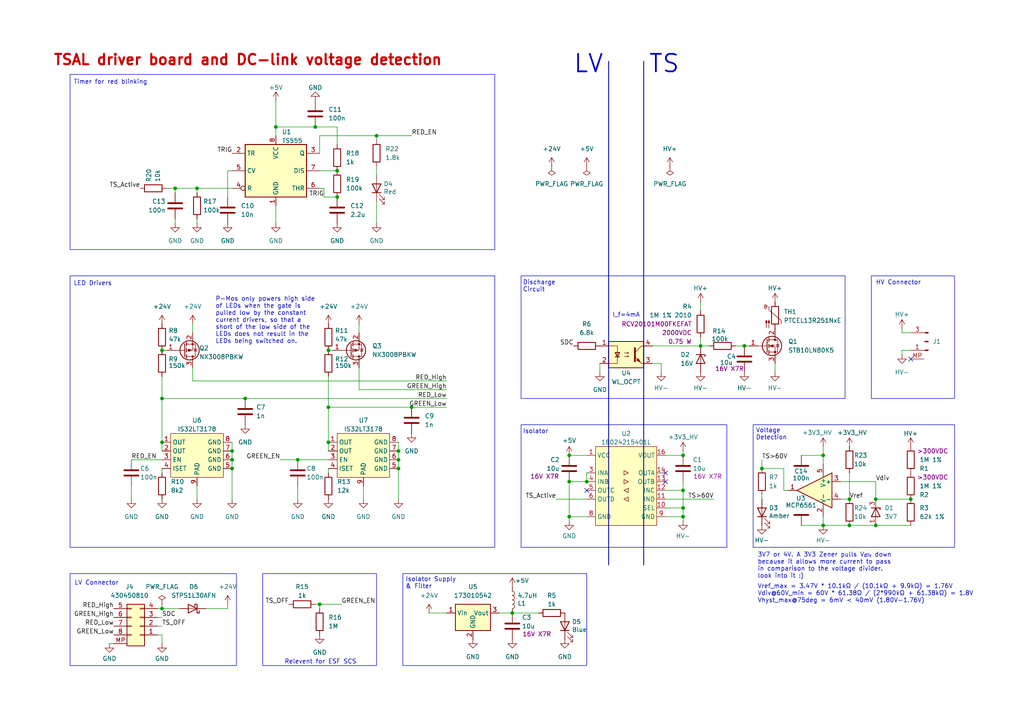
<source format=kicad_sch>
(kicad_sch
	(version 20250114)
	(generator "eeschema")
	(generator_version "9.0")
	(uuid "9debd449-8605-4af8-8da9-c3a8b6bcfdf0")
	(paper "A4")
	(title_block
		(title "Discharge Circuit")
		(date "2024-11-10")
		(rev "V1")
		(comment 1 "Karlsson Winkels")
	)
	
	(rectangle
		(start 218.44 123.19)
		(end 276.86 158.75)
		(stroke
			(width 0)
			(type default)
		)
		(fill
			(type none)
		)
		(uuid 01fed345-fb0e-4438-8683-f6edb25b6a91)
	)
	(rectangle
		(start 151.13 123.19)
		(end 210.82 158.75)
		(stroke
			(width 0)
			(type default)
		)
		(fill
			(type none)
		)
		(uuid 25e65339-0734-438b-8d87-a0ea641d99f1)
	)
	(rectangle
		(start 20.32 21.59)
		(end 143.51 72.39)
		(stroke
			(width 0)
			(type default)
		)
		(fill
			(type none)
		)
		(uuid 47e70481-caa6-40e6-bd1d-661c6a983805)
	)
	(rectangle
		(start 20.32 80.01)
		(end 143.51 158.75)
		(stroke
			(width 0)
			(type default)
		)
		(fill
			(type none)
		)
		(uuid 4ff4e1dd-d613-4552-b94a-4d8ecbb26631)
	)
	(rectangle
		(start 76.2 166.37)
		(end 109.22 193.04)
		(stroke
			(width 0)
			(type default)
		)
		(fill
			(type none)
		)
		(uuid 57f1f181-f5da-4c6f-b30f-00170b7564e4)
	)
	(rectangle
		(start 252.73 80.01)
		(end 276.86 115.57)
		(stroke
			(width 0)
			(type default)
		)
		(fill
			(type none)
		)
		(uuid 6193ed35-fabe-433c-8a2a-52dee59533be)
	)
	(rectangle
		(start 20.32 166.37)
		(end 68.58 193.04)
		(stroke
			(width 0)
			(type default)
		)
		(fill
			(type none)
		)
		(uuid c8bc12c9-d350-448e-8b54-fbd321147316)
	)
	(rectangle
		(start 151.13 80.01)
		(end 245.11 115.57)
		(stroke
			(width 0)
			(type default)
		)
		(fill
			(type none)
		)
		(uuid e5e54236-6014-403b-afd6-0a6cc5aa0c9e)
	)
	(rectangle
		(start 116.84 166.37)
		(end 170.18 193.04)
		(stroke
			(width 0)
			(type default)
		)
		(fill
			(type none)
		)
		(uuid ec740441-49dc-4fae-bd7e-e900482e3703)
	)
	(text "TS"
		(exclude_from_sim no)
		(at 187.96 21.59 0)
		(effects
			(font
				(size 5.08 5.08)
				(thickness 0.508)
				(bold yes)
			)
			(justify left bottom)
		)
		(uuid "021b61db-6296-40c2-b79b-5b093973b8bc")
	)
	(text "LED Drivers"
		(exclude_from_sim no)
		(at 21.336 82.296 0)
		(effects
			(font
				(size 1.27 1.27)
			)
			(justify left)
		)
		(uuid "3677f57d-b2b3-41d7-b406-aac319f88591")
	)
	(text "Voltage\nDetection\n"
		(exclude_from_sim no)
		(at 219.202 125.984 0)
		(effects
			(font
				(size 1.27 1.27)
			)
			(justify left)
		)
		(uuid "45ce58e6-3841-482c-a39f-c70a041c4c6b")
	)
	(text "LV Connector"
		(exclude_from_sim no)
		(at 21.59 169.164 0)
		(effects
			(font
				(size 1.27 1.27)
			)
			(justify left)
		)
		(uuid "5b97e0ec-2be3-4f34-a177-ec8eaa54b7b7")
	)
	(text "TSAL driver board and DC-link voltage detection"
		(exclude_from_sim no)
		(at 71.882 17.526 0)
		(effects
			(font
				(size 3 3)
				(thickness 0.6)
				(bold yes)
				(color 194 0 0 1)
			)
		)
		(uuid "6eafd69d-d45d-4a3f-8930-66db40ccef74")
	)
	(text "Discharge\nCircuit"
		(exclude_from_sim no)
		(at 151.638 83.058 0)
		(effects
			(font
				(size 1.27 1.27)
			)
			(justify left)
		)
		(uuid "70134144-881b-44af-a32c-094f2f38cb97")
	)
	(text "Timer for red blinking"
		(exclude_from_sim no)
		(at 21.336 23.876 0)
		(effects
			(font
				(size 1.27 1.27)
			)
			(justify left)
		)
		(uuid "7038987e-7341-4060-bae1-07f28aa7ce1d")
	)
	(text "3V7 or 4V. A 3V3 Zener pulls V_{div} down\nbecause it allows more current to pass \nin comparison to the voltage divider.\nlook into it :)"
		(exclude_from_sim no)
		(at 219.71 164.084 0)
		(effects
			(font
				(size 1.27 1.27)
			)
			(justify left)
		)
		(uuid "970cde40-2920-4e29-819d-bd5c2cb6306c")
	)
	(text "HV Connector"
		(exclude_from_sim no)
		(at 254 82.042 0)
		(effects
			(font
				(size 1.27 1.27)
			)
			(justify left)
		)
		(uuid "b0e50c81-d78e-40f1-80e2-61474f294946")
	)
	(text "LV"
		(exclude_from_sim no)
		(at 175.26 21.59 0)
		(effects
			(font
				(size 5.08 5.08)
				(thickness 0.508)
				(bold yes)
			)
			(justify right bottom)
		)
		(uuid "bae6a436-f5e1-472d-a1d2-3e42c2d66f22")
	)
	(text "Isolator"
		(exclude_from_sim no)
		(at 151.638 125.222 0)
		(effects
			(font
				(size 1.27 1.27)
			)
			(justify left)
		)
		(uuid "df682997-c89a-4a5f-872a-73e5ee8f662a")
	)
	(text "Relevent for ESF SCS"
		(exclude_from_sim no)
		(at 92.964 192.024 0)
		(effects
			(font
				(size 1.27 1.27)
			)
		)
		(uuid "e4fe1461-b805-4802-ac53-0affaa024363")
	)
	(text "Vref_max = 3.47V * 10.1kΩ / (10.1kΩ + 9.9kΩ) = 1.76V\nVdiv@60V_min = 60V * 61.38Ω / (2*990kΩ + 61.38kΩ) = 1.8V\nVhyst_max@75deg = 6mV < 40mV (1.80V-1.76V)"
		(exclude_from_sim no)
		(at 219.71 172.212 0)
		(effects
			(font
				(size 1.27 1.27)
			)
			(justify left)
		)
		(uuid "e589dcb2-387b-4764-962e-d312be997c64")
	)
	(text "I_f=4mA"
		(exclude_from_sim no)
		(at 181.61 91.44 0)
		(effects
			(font
				(size 1.27 1.27)
			)
		)
		(uuid "e648008f-f1a0-444b-8511-ce30c0093c72")
	)
	(text "Isolator Supply\n& Filter"
		(exclude_from_sim no)
		(at 117.602 169.164 0)
		(effects
			(font
				(size 1.27 1.27)
			)
			(justify left)
		)
		(uuid "f6e77845-6a9f-4a86-9629-3082379a248b")
	)
	(text "P-Mos only powers high side\nof LEDs when the gate is\npulled low by the constant\ncurrent drivers, so that a\nshort of the low side of the\nLEDs does not result in the\nLEDs being switched on."
		(exclude_from_sim no)
		(at 62.484 99.822 0)
		(effects
			(font
				(size 1.27 1.27)
			)
			(justify left bottom)
		)
		(uuid "fdb9635e-5877-4879-b985-cfb6f1947ca8")
	)
	(junction
		(at 203.2 100.33)
		(diameter 0)
		(color 0 0 0 0)
		(uuid "026eb91c-0463-4bf3-8429-bb33d90c4ba8")
	)
	(junction
		(at 67.31 133.35)
		(diameter 0)
		(color 0 0 0 0)
		(uuid "0b8e9d0e-2844-47b1-a292-a66c081a0afc")
	)
	(junction
		(at 46.99 176.53)
		(diameter 0)
		(color 0 0 0 0)
		(uuid "0d0ae59d-5335-41ed-b9a4-f743ae90e047")
	)
	(junction
		(at 71.12 115.57)
		(diameter 0)
		(color 0 0 0 0)
		(uuid "1174483f-d433-4b40-8af7-67fab2563a72")
	)
	(junction
		(at 80.01 36.83)
		(diameter 0)
		(color 0 0 0 0)
		(uuid "23cf559d-4a68-4f8c-9117-c7ed08cb84fe")
	)
	(junction
		(at 119.38 118.11)
		(diameter 0)
		(color 0 0 0 0)
		(uuid "2897bc79-f091-42d0-8506-a30f02fe2d12")
	)
	(junction
		(at 264.16 144.78)
		(diameter 0)
		(color 0 0 0 0)
		(uuid "382b71dd-5c52-4a1d-b4d2-5189fa6e82d3")
	)
	(junction
		(at 46.99 115.57)
		(diameter 0)
		(color 0 0 0 0)
		(uuid "39822b08-98bc-4493-8fd3-202a068f2a19")
	)
	(junction
		(at 109.22 39.37)
		(diameter 0)
		(color 0 0 0 0)
		(uuid "4305f45e-f1a4-4c60-86d0-ead3bf8575e6")
	)
	(junction
		(at 57.15 54.61)
		(diameter 0)
		(color 0 0 0 0)
		(uuid "443a87a0-ff81-4a2c-8d16-2b84b9d88395")
	)
	(junction
		(at 238.76 132.08)
		(diameter 0)
		(color 0 0 0 0)
		(uuid "4cda064a-c57a-4a45-ad9f-6a73bd1cda61")
	)
	(junction
		(at 220.98 135.89)
		(diameter 0)
		(color 0 0 0 0)
		(uuid "4f586983-1835-4156-89d0-0d64c9781236")
	)
	(junction
		(at 198.12 149.86)
		(diameter 0)
		(color 0 0 0 0)
		(uuid "59902c70-bc3d-4957-a451-1c4c5230d274")
	)
	(junction
		(at 254 144.78)
		(diameter 0)
		(color 0 0 0 0)
		(uuid "657e5819-922b-4878-b7e8-86a3439b8959")
	)
	(junction
		(at 246.38 152.4)
		(diameter 0)
		(color 0 0 0 0)
		(uuid "67b00c94-b8c8-4e5e-a475-1b0ceb653108")
	)
	(junction
		(at 91.44 36.83)
		(diameter 0)
		(color 0 0 0 0)
		(uuid "72c533a0-f633-4f66-bdad-5d4f01f42b33")
	)
	(junction
		(at 198.12 142.24)
		(diameter 0)
		(color 0 0 0 0)
		(uuid "77327ac1-9df2-4a76-ab33-5eabc54b8bdf")
	)
	(junction
		(at 165.1 132.08)
		(diameter 0)
		(color 0 0 0 0)
		(uuid "7abc57d9-8671-4a8c-9b33-3f4d2cffd114")
	)
	(junction
		(at 95.25 128.27)
		(diameter 0)
		(color 0 0 0 0)
		(uuid "8320d1e9-b83e-494a-a1de-ff47d179a262")
	)
	(junction
		(at 115.57 135.89)
		(diameter 0)
		(color 0 0 0 0)
		(uuid "8f38404e-f801-46df-ac64-423d9bc13f39")
	)
	(junction
		(at 67.31 135.89)
		(diameter 0)
		(color 0 0 0 0)
		(uuid "92681660-35f1-4a8a-9f79-1241ab1d160b")
	)
	(junction
		(at 50.8 54.61)
		(diameter 0)
		(color 0 0 0 0)
		(uuid "93b9162b-86dc-4b9a-bde8-9f1ad8f8fa5e")
	)
	(junction
		(at 92.71 175.26)
		(diameter 0)
		(color 0 0 0 0)
		(uuid "985f8b32-62df-477e-b306-8c5a380159f8")
	)
	(junction
		(at 86.36 133.35)
		(diameter 0)
		(color 0 0 0 0)
		(uuid "9b6ebfac-2946-4494-bc7c-274e0e6bb7a2")
	)
	(junction
		(at 165.1 139.7)
		(diameter 0)
		(color 0 0 0 0)
		(uuid "9dd5d57c-1053-42aa-b3aa-83c966314b07")
	)
	(junction
		(at 198.12 132.08)
		(diameter 0)
		(color 0 0 0 0)
		(uuid "9e2cac65-7086-4064-822b-4c4f67c08068")
	)
	(junction
		(at 246.38 144.78)
		(diameter 0)
		(color 0 0 0 0)
		(uuid "a32d6c63-9cba-46f7-9d81-d37457a84b1d")
	)
	(junction
		(at 46.99 128.27)
		(diameter 0)
		(color 0 0 0 0)
		(uuid "a79006a8-0c30-4d13-8fec-52df3743d4bb")
	)
	(junction
		(at 97.79 49.53)
		(diameter 0)
		(color 0 0 0 0)
		(uuid "aa60be46-fb65-447d-b063-aa27086b5fed")
	)
	(junction
		(at 97.79 57.15)
		(diameter 0)
		(color 0 0 0 0)
		(uuid "b156aa98-9bd1-4637-b720-e1f080bcba89")
	)
	(junction
		(at 215.9 100.33)
		(diameter 0)
		(color 0 0 0 0)
		(uuid "b72b0169-a409-42bc-b338-87cd9bb90bb3")
	)
	(junction
		(at 115.57 130.81)
		(diameter 0)
		(color 0 0 0 0)
		(uuid "b90de574-f3cb-42f9-84cf-f72e65de7c8d")
	)
	(junction
		(at 148.59 177.8)
		(diameter 0)
		(color 0 0 0 0)
		(uuid "c0c92021-f951-4e8b-89f0-18795e51dd4e")
	)
	(junction
		(at 165.1 149.86)
		(diameter 0)
		(color 0 0 0 0)
		(uuid "c609c50b-2fda-418f-840d-6b46602b8051")
	)
	(junction
		(at 46.99 101.6)
		(diameter 0)
		(color 0 0 0 0)
		(uuid "cc31d197-a9cf-4d7a-a32c-fda67f956505")
	)
	(junction
		(at 95.25 118.11)
		(diameter 0)
		(color 0 0 0 0)
		(uuid "d12b8e07-d9e1-4ce7-b4d3-2e0e3ab9167e")
	)
	(junction
		(at 198.12 147.32)
		(diameter 0)
		(color 0 0 0 0)
		(uuid "e4aeeb52-9e38-4a9e-9df2-b70ffdd725a1")
	)
	(junction
		(at 238.76 152.4)
		(diameter 0)
		(color 0 0 0 0)
		(uuid "e63968a4-ed18-4950-8f88-de54603c0dc7")
	)
	(junction
		(at 254 152.4)
		(diameter 0)
		(color 0 0 0 0)
		(uuid "ec31c550-2e3d-4b66-b39d-40a780e6ffd9")
	)
	(junction
		(at 95.25 101.6)
		(diameter 0)
		(color 0 0 0 0)
		(uuid "f45a437a-f547-45ff-8871-b94936094082")
	)
	(junction
		(at 170.18 139.7)
		(diameter 0)
		(color 0 0 0 0)
		(uuid "f7ca4080-03f2-41e8-ae9b-cf758b11a7b2")
	)
	(junction
		(at 115.57 133.35)
		(diameter 0)
		(color 0 0 0 0)
		(uuid "f83f125f-5534-467d-b8c5-98ea87f028a7")
	)
	(junction
		(at 67.31 130.81)
		(diameter 0)
		(color 0 0 0 0)
		(uuid "fa0e6825-f75e-4603-842f-c8d8eb841e57")
	)
	(no_connect
		(at 193.04 139.7)
		(uuid "8d4a1ff3-a7e8-43e7-b7a4-bca41d382e7f")
	)
	(no_connect
		(at 170.18 142.24)
		(uuid "a912002f-e658-401e-963d-bcfa5bc8b9f1")
	)
	(no_connect
		(at 264.16 104.14)
		(uuid "b1318072-d309-4b86-b8b1-5be0bd26c97a")
	)
	(no_connect
		(at 193.04 137.16)
		(uuid "c5b2c002-63e8-49a8-bb04-b4b4c97ccb07")
	)
	(wire
		(pts
			(xy 109.22 50.8) (xy 109.22 48.26)
		)
		(stroke
			(width 0)
			(type default)
		)
		(uuid "08cc3faa-8e13-4765-a5d4-7767a9ecf483")
	)
	(wire
		(pts
			(xy 95.25 109.22) (xy 95.25 118.11)
		)
		(stroke
			(width 0)
			(type default)
		)
		(uuid "0e5fa01f-888b-4da0-8051-abb505d0d6f1")
	)
	(wire
		(pts
			(xy 59.69 176.53) (xy 66.04 176.53)
		)
		(stroke
			(width 0)
			(type default)
		)
		(uuid "137f574a-093f-43fd-a924-77d10ba729a2")
	)
	(wire
		(pts
			(xy 80.01 29.21) (xy 80.01 36.83)
		)
		(stroke
			(width 0)
			(type default)
		)
		(uuid "14746dbc-b585-42b3-9b2a-d8198cd94899")
	)
	(wire
		(pts
			(xy 198.12 139.7) (xy 198.12 142.24)
		)
		(stroke
			(width 0)
			(type default)
		)
		(uuid "16e17406-0e85-413b-8013-a3deb6fec630")
	)
	(wire
		(pts
			(xy 254 152.4) (xy 264.16 152.4)
		)
		(stroke
			(width 0)
			(type default)
		)
		(uuid "174df20d-57e0-460f-9e6d-3c6ea00ff704")
	)
	(wire
		(pts
			(xy 67.31 128.27) (xy 67.31 130.81)
		)
		(stroke
			(width 0)
			(type default)
		)
		(uuid "177216d3-aa67-4b09-93e4-982ba0afb4d1")
	)
	(wire
		(pts
			(xy 57.15 64.77) (xy 57.15 63.5)
		)
		(stroke
			(width 0)
			(type default)
		)
		(uuid "17f0aba9-ed7e-4491-ad5b-0fc356e93e90")
	)
	(wire
		(pts
			(xy 91.44 36.83) (xy 97.79 36.83)
		)
		(stroke
			(width 0)
			(type default)
		)
		(uuid "19aa88ca-2a44-4ac0-b740-e0e9f7a458e7")
	)
	(wire
		(pts
			(xy 86.36 140.97) (xy 86.36 144.78)
		)
		(stroke
			(width 0)
			(type default)
		)
		(uuid "1fda1f05-694c-4e90-819e-8a629dae2ed5")
	)
	(wire
		(pts
			(xy 198.12 132.08) (xy 198.12 130.81)
		)
		(stroke
			(width 0)
			(type default)
		)
		(uuid "229d8bd6-fbd2-4f9b-8fcd-c9c9af1b9d6a")
	)
	(wire
		(pts
			(xy 92.71 39.37) (xy 92.71 44.45)
		)
		(stroke
			(width 0)
			(type default)
		)
		(uuid "281f7ef5-6196-4c4d-8a6f-a09da9564a67")
	)
	(wire
		(pts
			(xy 80.01 36.83) (xy 80.01 39.37)
		)
		(stroke
			(width 0)
			(type default)
		)
		(uuid "2a306894-5303-4385-b9ae-fdb5850377b0")
	)
	(wire
		(pts
			(xy 92.71 175.26) (xy 99.06 175.26)
		)
		(stroke
			(width 0)
			(type default)
		)
		(uuid "2aebcb75-7a2e-4b21-a27a-5316a1ec930d")
	)
	(wire
		(pts
			(xy 104.14 106.68) (xy 104.14 113.03)
		)
		(stroke
			(width 0)
			(type default)
		)
		(uuid "2b5de279-e99c-46c0-99fd-0c659ebc8ed7")
	)
	(wire
		(pts
			(xy 93.98 54.61) (xy 92.71 54.61)
		)
		(stroke
			(width 0)
			(type default)
		)
		(uuid "2c61c43a-f690-4c26-8cd4-a323021cd220")
	)
	(wire
		(pts
			(xy 46.99 179.07) (xy 45.72 179.07)
		)
		(stroke
			(width 0)
			(type default)
		)
		(uuid "2eca4e06-2093-4d02-a8cd-4b2680d09d37")
	)
	(wire
		(pts
			(xy 104.14 113.03) (xy 129.54 113.03)
		)
		(stroke
			(width 0)
			(type default)
		)
		(uuid "2f155a4b-0a96-4264-8223-66d34f156009")
	)
	(wire
		(pts
			(xy 46.99 135.89) (xy 46.99 137.16)
		)
		(stroke
			(width 0)
			(type default)
		)
		(uuid "3095f70c-fbe4-4463-b6aa-958043cd01f8")
	)
	(wire
		(pts
			(xy 148.59 177.8) (xy 156.21 177.8)
		)
		(stroke
			(width 0)
			(type default)
		)
		(uuid "30af1a62-562f-425a-8b10-46fbf83fdfef")
	)
	(wire
		(pts
			(xy 165.1 149.86) (xy 170.18 149.86)
		)
		(stroke
			(width 0)
			(type default)
		)
		(uuid "34071f44-e945-4188-9f0e-b28c8100bcc6")
	)
	(wire
		(pts
			(xy 55.88 106.68) (xy 55.88 110.49)
		)
		(stroke
			(width 0)
			(type default)
		)
		(uuid "383a9794-2593-4914-9287-22b69b47735c")
	)
	(wire
		(pts
			(xy 86.36 133.35) (xy 95.25 133.35)
		)
		(stroke
			(width 0)
			(type default)
		)
		(uuid "3b016e8a-4566-4e17-8c59-651ec595fb40")
	)
	(wire
		(pts
			(xy 57.15 140.97) (xy 57.15 144.78)
		)
		(stroke
			(width 0)
			(type default)
		)
		(uuid "3e26c73b-bc6c-4c5e-8226-fa4e1c12feba")
	)
	(wire
		(pts
			(xy 66.04 176.53) (xy 66.04 175.26)
		)
		(stroke
			(width 0)
			(type default)
		)
		(uuid "3f359a46-9f55-4340-80b6-b48f3763946b")
	)
	(wire
		(pts
			(xy 238.76 129.54) (xy 238.76 132.08)
		)
		(stroke
			(width 0)
			(type default)
		)
		(uuid "3ff5ec8a-c24a-4f0a-ba51-ddef81d05084")
	)
	(wire
		(pts
			(xy 193.04 132.08) (xy 198.12 132.08)
		)
		(stroke
			(width 0)
			(type default)
		)
		(uuid "4123c7c1-832a-47b2-95d5-8836ac8a8692")
	)
	(wire
		(pts
			(xy 227.33 135.89) (xy 227.33 142.24)
		)
		(stroke
			(width 0)
			(type default)
		)
		(uuid "41e7cf06-a711-455b-b091-f14c3e1001ab")
	)
	(wire
		(pts
			(xy 261.62 101.6) (xy 261.62 102.87)
		)
		(stroke
			(width 0)
			(type default)
		)
		(uuid "42efea56-adb7-477c-b8ad-4c425decf850")
	)
	(wire
		(pts
			(xy 161.29 144.78) (xy 170.18 144.78)
		)
		(stroke
			(width 0)
			(type default)
		)
		(uuid "4a01bf21-de9e-4c3c-8873-9d1870a780ee")
	)
	(wire
		(pts
			(xy 55.88 110.49) (xy 129.54 110.49)
		)
		(stroke
			(width 0)
			(type default)
		)
		(uuid "4d5adb5c-5690-418a-9667-f28a127a5dd7")
	)
	(wire
		(pts
			(xy 198.12 151.13) (xy 198.12 149.86)
		)
		(stroke
			(width 0)
			(type default)
		)
		(uuid "4dfd2e6c-39e9-4e9a-b27a-7ddd594af91f")
	)
	(wire
		(pts
			(xy 109.22 39.37) (xy 119.38 39.37)
		)
		(stroke
			(width 0)
			(type default)
		)
		(uuid "4e7bbd84-902d-434f-b713-00abfad86234")
	)
	(wire
		(pts
			(xy 264.16 101.6) (xy 261.62 101.6)
		)
		(stroke
			(width 0)
			(type default)
		)
		(uuid "516561c0-65eb-4cc8-b3dd-564575badfdf")
	)
	(wire
		(pts
			(xy 124.46 177.8) (xy 129.54 177.8)
		)
		(stroke
			(width 0)
			(type default)
		)
		(uuid "51949801-c3a8-4bd0-aaa9-7729a3309c6c")
	)
	(wire
		(pts
			(xy 95.25 135.89) (xy 95.25 137.16)
		)
		(stroke
			(width 0)
			(type default)
		)
		(uuid "5797287a-0b8e-462b-9d40-1ff99e74a4d4")
	)
	(wire
		(pts
			(xy 227.33 142.24) (xy 228.6 142.24)
		)
		(stroke
			(width 0)
			(type default)
		)
		(uuid "5b89e798-1eb4-40db-9684-eccf21e75fe6")
	)
	(wire
		(pts
			(xy 50.8 54.61) (xy 50.8 55.88)
		)
		(stroke
			(width 0)
			(type default)
		)
		(uuid "5c0b9e16-ef71-42f7-8cd1-4204c4ce4c4b")
	)
	(wire
		(pts
			(xy 80.01 59.69) (xy 80.01 64.77)
		)
		(stroke
			(width 0)
			(type default)
		)
		(uuid "5ceacfff-675a-4505-af03-7252b7df055c")
	)
	(wire
		(pts
			(xy 46.99 101.6) (xy 46.99 102.87)
		)
		(stroke
			(width 0)
			(type default)
		)
		(uuid "5d876f0c-8c55-4fc3-b2ec-cd5322674f88")
	)
	(wire
		(pts
			(xy 46.99 176.53) (xy 46.99 175.26)
		)
		(stroke
			(width 0)
			(type default)
		)
		(uuid "5da8f322-81db-4457-815f-573a7cfc4736")
	)
	(wire
		(pts
			(xy 238.76 132.08) (xy 238.76 134.62)
		)
		(stroke
			(width 0)
			(type default)
		)
		(uuid "5eba613d-3f28-4f67-984d-15be61e6aa23")
	)
	(wire
		(pts
			(xy 93.98 54.61) (xy 93.98 57.15)
		)
		(stroke
			(width 0)
			(type default)
		)
		(uuid "60b1a118-c444-45c8-b2aa-3f722f52d325")
	)
	(wire
		(pts
			(xy 46.99 101.6) (xy 48.26 101.6)
		)
		(stroke
			(width 0)
			(type default)
		)
		(uuid "610f16f0-3a40-4796-8875-5cb39a6c613d")
	)
	(wire
		(pts
			(xy 193.04 144.78) (xy 207.01 144.78)
		)
		(stroke
			(width 0)
			(type default)
		)
		(uuid "63ec55bc-94ab-49d7-b638-9048a08d6bc6")
	)
	(wire
		(pts
			(xy 220.98 143.51) (xy 220.98 144.78)
		)
		(stroke
			(width 0)
			(type default)
		)
		(uuid "64659341-fa1a-4c37-87d4-26c477530b61")
	)
	(wire
		(pts
			(xy 246.38 144.78) (xy 243.84 144.78)
		)
		(stroke
			(width 0)
			(type default)
		)
		(uuid "65c6d023-27ad-4fe3-8c23-dd87be36385a")
	)
	(wire
		(pts
			(xy 46.99 176.53) (xy 45.72 176.53)
		)
		(stroke
			(width 0)
			(type default)
		)
		(uuid "674e15e9-b1fa-4f55-8646-913c7c438973")
	)
	(wire
		(pts
			(xy 203.2 87.63) (xy 203.2 90.17)
		)
		(stroke
			(width 0)
			(type default)
		)
		(uuid "69c23500-65df-4f5b-9dc6-65450a94e814")
	)
	(wire
		(pts
			(xy 193.04 149.86) (xy 198.12 149.86)
		)
		(stroke
			(width 0)
			(type default)
		)
		(uuid "6ec11311-5915-4596-9ae0-0d27c4a8047b")
	)
	(wire
		(pts
			(xy 67.31 135.89) (xy 67.31 144.78)
		)
		(stroke
			(width 0)
			(type default)
		)
		(uuid "716bcd72-d402-4f0a-ba82-e1a6a3225263")
	)
	(wire
		(pts
			(xy 198.12 149.86) (xy 198.12 147.32)
		)
		(stroke
			(width 0)
			(type default)
		)
		(uuid "74239838-dc30-40f2-9177-ba3ec68566de")
	)
	(wire
		(pts
			(xy 109.22 40.64) (xy 109.22 39.37)
		)
		(stroke
			(width 0)
			(type default)
		)
		(uuid "74744c2d-6f74-4a63-8265-15e7bcdadc8d")
	)
	(wire
		(pts
			(xy 224.79 107.95) (xy 224.79 105.41)
		)
		(stroke
			(width 0)
			(type default)
		)
		(uuid "763ca273-69bc-4ea7-b7f2-385d2de19e1f")
	)
	(wire
		(pts
			(xy 189.23 100.33) (xy 203.2 100.33)
		)
		(stroke
			(width 0)
			(type default)
		)
		(uuid "76d112dc-c4d8-4560-bf67-25425a15e51b")
	)
	(wire
		(pts
			(xy 203.2 100.33) (xy 205.74 100.33)
		)
		(stroke
			(width 0)
			(type default)
		)
		(uuid "76f2e9cb-0bc1-494a-b44a-d0a45c4841b7")
	)
	(wire
		(pts
			(xy 193.04 142.24) (xy 198.12 142.24)
		)
		(stroke
			(width 0)
			(type default)
		)
		(uuid "7941d173-e121-46a4-ab88-f7610a7a3b19")
	)
	(wire
		(pts
			(xy 46.99 128.27) (xy 46.99 115.57)
		)
		(stroke
			(width 0)
			(type default)
		)
		(uuid "79fdeea7-a811-4679-bf8d-41883ace9c46")
	)
	(wire
		(pts
			(xy 109.22 39.37) (xy 92.71 39.37)
		)
		(stroke
			(width 0)
			(type default)
		)
		(uuid "7a80359c-8dde-4ad4-94ec-643d915dc2cc")
	)
	(wire
		(pts
			(xy 67.31 49.53) (xy 66.04 49.53)
		)
		(stroke
			(width 0)
			(type default)
		)
		(uuid "7e68fbcf-daa3-429c-b7b5-7af4edb806c4")
	)
	(wire
		(pts
			(xy 50.8 63.5) (xy 50.8 64.77)
		)
		(stroke
			(width 0)
			(type default)
		)
		(uuid "7fffe215-f32a-46bc-bcb7-db0d487c7091")
	)
	(wire
		(pts
			(xy 246.38 152.4) (xy 254 152.4)
		)
		(stroke
			(width 0)
			(type default)
		)
		(uuid "8032f831-51d1-4ca3-b2c3-0ae874874c7b")
	)
	(wire
		(pts
			(xy 238.76 152.4) (xy 246.38 152.4)
		)
		(stroke
			(width 0)
			(type default)
		)
		(uuid "81a7218e-f12d-418f-bb6d-be0d280271ec")
	)
	(wire
		(pts
			(xy 38.1 140.97) (xy 38.1 144.78)
		)
		(stroke
			(width 0)
			(type default)
		)
		(uuid "83adce8b-f9e0-4f83-a31f-84a555389e21")
	)
	(wire
		(pts
			(xy 232.41 152.4) (xy 238.76 152.4)
		)
		(stroke
			(width 0)
			(type default)
		)
		(uuid "84284e2b-fa8f-4c13-96eb-25cccc055d52")
	)
	(wire
		(pts
			(xy 191.77 107.95) (xy 191.77 105.41)
		)
		(stroke
			(width 0)
			(type default)
		)
		(uuid "85c6a4a9-2a58-45e1-b2e8-8ed6800b4311")
	)
	(wire
		(pts
			(xy 215.9 100.33) (xy 217.17 100.33)
		)
		(stroke
			(width 0)
			(type default)
		)
		(uuid "86f397cb-8487-4b2c-9bc3-10fba66a8d29")
	)
	(wire
		(pts
			(xy 203.2 97.79) (xy 203.2 100.33)
		)
		(stroke
			(width 0)
			(type default)
		)
		(uuid "87b6faf2-4214-4f30-9c03-bfc24ca489b6")
	)
	(wire
		(pts
			(xy 95.25 101.6) (xy 96.52 101.6)
		)
		(stroke
			(width 0)
			(type default)
		)
		(uuid "8a735b3d-34cb-4e5c-8bce-312df18d31a8")
	)
	(wire
		(pts
			(xy 97.79 41.91) (xy 97.79 36.83)
		)
		(stroke
			(width 0)
			(type default)
		)
		(uuid "8cf03936-ed06-4b6b-80e2-98b30aa54768")
	)
	(wire
		(pts
			(xy 67.31 130.81) (xy 67.31 133.35)
		)
		(stroke
			(width 0)
			(type default)
		)
		(uuid "8d318f9a-533d-482a-b1e3-7b8844030ad0")
	)
	(wire
		(pts
			(xy 92.71 49.53) (xy 97.79 49.53)
		)
		(stroke
			(width 0)
			(type default)
		)
		(uuid "91c32884-100c-438c-bf5d-58556ec9eb2c")
	)
	(polyline
		(pts
			(xy 176.53 17.78) (xy 176.53 163.83)
		)
		(stroke
			(width 0.254)
			(type default)
			(color 0 0 162 0.3137254902)
		)
		(uuid "93446e12-8872-4999-aa10-3d8244057946")
	)
	(wire
		(pts
			(xy 213.36 100.33) (xy 215.9 100.33)
		)
		(stroke
			(width 0)
			(type default)
		)
		(uuid "94d31da6-e66c-42e5-9bdd-7ed5471c24e9")
	)
	(wire
		(pts
			(xy 261.62 96.52) (xy 264.16 96.52)
		)
		(stroke
			(width 0)
			(type default)
		)
		(uuid "977ff348-f8b0-4f0b-8456-2e5206d8564f")
	)
	(wire
		(pts
			(xy 232.41 132.08) (xy 238.76 132.08)
		)
		(stroke
			(width 0)
			(type default)
		)
		(uuid "98c62ab7-c00e-4254-88ad-53db49c9628f")
	)
	(wire
		(pts
			(xy 104.14 93.98) (xy 104.14 96.52)
		)
		(stroke
			(width 0)
			(type default)
		)
		(uuid "9a4e7cca-5130-47c9-b3bc-13c11a9a2105")
	)
	(wire
		(pts
			(xy 46.99 184.15) (xy 45.72 184.15)
		)
		(stroke
			(width 0)
			(type default)
		)
		(uuid "9cbb5b4b-2d7b-4f1c-9c45-2b520b1717ef")
	)
	(wire
		(pts
			(xy 193.04 147.32) (xy 198.12 147.32)
		)
		(stroke
			(width 0)
			(type default)
		)
		(uuid "9cd099f2-df6e-47fb-96eb-5c8cec3538ce")
	)
	(wire
		(pts
			(xy 189.23 105.41) (xy 191.77 105.41)
		)
		(stroke
			(width 0)
			(type default)
		)
		(uuid "9cf0f3a8-6b74-4479-b75a-0b8d6ae0f62d")
	)
	(wire
		(pts
			(xy 261.62 96.52) (xy 261.62 95.25)
		)
		(stroke
			(width 0)
			(type default)
		)
		(uuid "9fd93f4e-9c1f-42a1-a38f-3dcc276cb349")
	)
	(wire
		(pts
			(xy 80.01 36.83) (xy 91.44 36.83)
		)
		(stroke
			(width 0)
			(type default)
		)
		(uuid "a0d2bfb7-68dc-42be-b022-2ecc8de61027")
	)
	(wire
		(pts
			(xy 105.41 140.97) (xy 105.41 144.78)
		)
		(stroke
			(width 0)
			(type default)
		)
		(uuid "a1a3ff77-2de9-4e69-9e13-e67afd22e7d9")
	)
	(wire
		(pts
			(xy 48.26 54.61) (xy 50.8 54.61)
		)
		(stroke
			(width 0)
			(type default)
		)
		(uuid "a1db2584-95d3-4bf7-9adb-abc94678c63a")
	)
	(wire
		(pts
			(xy 95.25 128.27) (xy 95.25 130.81)
		)
		(stroke
			(width 0)
			(type default)
		)
		(uuid "a71b51c6-9dae-4fa6-8f22-d8964efee844")
	)
	(wire
		(pts
			(xy 119.38 118.11) (xy 129.54 118.11)
		)
		(stroke
			(width 0)
			(type default)
		)
		(uuid "a98109a1-8b03-49ba-ae6e-77bce6ff401a")
	)
	(wire
		(pts
			(xy 238.76 152.4) (xy 238.76 149.86)
		)
		(stroke
			(width 0)
			(type default)
		)
		(uuid "ae4820f6-b872-4c6d-af0c-45ea5cc5b7bc")
	)
	(wire
		(pts
			(xy 144.78 177.8) (xy 148.59 177.8)
		)
		(stroke
			(width 0)
			(type default)
		)
		(uuid "aece7f3e-8357-4bbb-aca4-2c2c7705c932")
	)
	(wire
		(pts
			(xy 46.99 115.57) (xy 71.12 115.57)
		)
		(stroke
			(width 0)
			(type default)
		)
		(uuid "b25449d1-cef0-4f6c-a7ca-2f7b8ae67bd5")
	)
	(wire
		(pts
			(xy 254 144.78) (xy 254 139.7)
		)
		(stroke
			(width 0)
			(type default)
		)
		(uuid "b4edd754-ff1b-4c8d-a27b-8a07a2ed05f1")
	)
	(wire
		(pts
			(xy 46.99 109.22) (xy 46.99 115.57)
		)
		(stroke
			(width 0)
			(type default)
		)
		(uuid "b5dd2cae-db7f-46b6-bc64-fdafa3ab2830")
	)
	(wire
		(pts
			(xy 46.99 176.53) (xy 52.07 176.53)
		)
		(stroke
			(width 0)
			(type default)
		)
		(uuid "b6f96d5d-b8a9-47db-b129-b1aaae922abc")
	)
	(wire
		(pts
			(xy 81.28 133.35) (xy 86.36 133.35)
		)
		(stroke
			(width 0)
			(type default)
		)
		(uuid "ba595097-ef72-4be0-a81b-3f69ac6dc061")
	)
	(wire
		(pts
			(xy 220.98 133.35) (xy 220.98 135.89)
		)
		(stroke
			(width 0)
			(type default)
		)
		(uuid "bb6050b7-e300-478c-a700-f7e13a77b558")
	)
	(wire
		(pts
			(xy 71.12 115.57) (xy 129.54 115.57)
		)
		(stroke
			(width 0)
			(type default)
		)
		(uuid "c3517ed0-5916-4e21-bfeb-6768f868fd3f")
	)
	(wire
		(pts
			(xy 165.1 139.7) (xy 170.18 139.7)
		)
		(stroke
			(width 0)
			(type default)
		)
		(uuid "c4162fec-d33d-48bf-81da-987a88c74724")
	)
	(polyline
		(pts
			(xy 186.69 17.78) (xy 186.69 163.83)
		)
		(stroke
			(width 0.254)
			(type default)
			(color 0 0 162 0.3137254902)
		)
		(uuid "c6016b43-33f4-4b64-99c9-baac37034c3b")
	)
	(wire
		(pts
			(xy 198.12 147.32) (xy 198.12 142.24)
		)
		(stroke
			(width 0)
			(type default)
		)
		(uuid "c8151381-acb0-4fc9-903e-fa8035e4a6ab")
	)
	(wire
		(pts
			(xy 165.1 139.7) (xy 165.1 149.86)
		)
		(stroke
			(width 0)
			(type default)
		)
		(uuid "c88a330b-c512-438e-a36f-9209419b6f19")
	)
	(wire
		(pts
			(xy 55.88 93.98) (xy 55.88 96.52)
		)
		(stroke
			(width 0)
			(type default)
		)
		(uuid "c97440a5-529a-4b00-9c8a-7e22678aa27a")
	)
	(wire
		(pts
			(xy 115.57 130.81) (xy 115.57 133.35)
		)
		(stroke
			(width 0)
			(type default)
		)
		(uuid "cab3c9f3-25e5-4086-b30e-c402143fc906")
	)
	(wire
		(pts
			(xy 109.22 58.42) (xy 109.22 64.77)
		)
		(stroke
			(width 0)
			(type default)
		)
		(uuid "cb7c0127-51e0-4d29-81ba-23f0dddee6b3")
	)
	(wire
		(pts
			(xy 46.99 186.69) (xy 46.99 184.15)
		)
		(stroke
			(width 0)
			(type default)
		)
		(uuid "cd51db21-7a69-40ab-8813-6cff9f81b1df")
	)
	(wire
		(pts
			(xy 173.99 107.95) (xy 173.99 105.41)
		)
		(stroke
			(width 0)
			(type default)
		)
		(uuid "d1ab1a52-61a5-421f-867c-d622c823f65e")
	)
	(wire
		(pts
			(xy 57.15 55.88) (xy 57.15 54.61)
		)
		(stroke
			(width 0)
			(type default)
		)
		(uuid "d3e62aeb-0c84-4d0f-a878-f1638a4385b7")
	)
	(wire
		(pts
			(xy 170.18 137.16) (xy 170.18 139.7)
		)
		(stroke
			(width 0)
			(type default)
		)
		(uuid "dbaca429-ce07-428b-b53f-fc8239c6133a")
	)
	(wire
		(pts
			(xy 95.25 118.11) (xy 95.25 128.27)
		)
		(stroke
			(width 0)
			(type default)
		)
		(uuid "de1c3265-5b8c-4f3a-9f10-6be17180df1a")
	)
	(wire
		(pts
			(xy 57.15 54.61) (xy 67.31 54.61)
		)
		(stroke
			(width 0)
			(type default)
		)
		(uuid "e0ab9f23-9ff3-49be-8a3b-93b94101a522")
	)
	(wire
		(pts
			(xy 46.99 181.61) (xy 45.72 181.61)
		)
		(stroke
			(width 0)
			(type default)
		)
		(uuid "e2f1c083-ce12-4788-b39b-5f2409e9f916")
	)
	(wire
		(pts
			(xy 92.71 176.53) (xy 92.71 175.26)
		)
		(stroke
			(width 0)
			(type default)
		)
		(uuid "e30f0bf8-4660-40da-bc2f-5ae20153ce53")
	)
	(wire
		(pts
			(xy 115.57 133.35) (xy 115.57 135.89)
		)
		(stroke
			(width 0)
			(type default)
		)
		(uuid "e3c12d6a-993a-471e-8393-e1d8f1af4c2d")
	)
	(wire
		(pts
			(xy 115.57 128.27) (xy 115.57 130.81)
		)
		(stroke
			(width 0)
			(type default)
		)
		(uuid "e4d90a6c-63a5-4ce7-9a61-f19bf3b47f7b")
	)
	(wire
		(pts
			(xy 91.44 175.26) (xy 92.71 175.26)
		)
		(stroke
			(width 0)
			(type default)
		)
		(uuid "e5bfb8d7-61db-4d62-ae2a-26383582b8e1")
	)
	(wire
		(pts
			(xy 95.25 118.11) (xy 119.38 118.11)
		)
		(stroke
			(width 0)
			(type default)
		)
		(uuid "e5ef6f88-448f-4db7-8b95-dc2f16814e62")
	)
	(wire
		(pts
			(xy 38.1 133.35) (xy 46.99 133.35)
		)
		(stroke
			(width 0)
			(type default)
		)
		(uuid "eab4768c-ba16-4ce4-b7ad-8fc9d6d87bc6")
	)
	(wire
		(pts
			(xy 170.18 132.08) (xy 165.1 132.08)
		)
		(stroke
			(width 0)
			(type default)
		)
		(uuid "ec35287f-a6ab-453d-b58b-4921db9571b4")
	)
	(wire
		(pts
			(xy 254 144.78) (xy 264.16 144.78)
		)
		(stroke
			(width 0)
			(type default)
		)
		(uuid "efc14bc2-ba36-41c9-bf78-2d56e175b0f0")
	)
	(wire
		(pts
			(xy 66.04 49.53) (xy 66.04 57.15)
		)
		(stroke
			(width 0)
			(type default)
		)
		(uuid "f03928b4-2ff8-4678-ae2e-b2da3fe13789")
	)
	(wire
		(pts
			(xy 254 139.7) (xy 243.84 139.7)
		)
		(stroke
			(width 0)
			(type default)
		)
		(uuid "f144acb6-984e-4e26-914f-127d98731133")
	)
	(wire
		(pts
			(xy 115.57 135.89) (xy 115.57 144.78)
		)
		(stroke
			(width 0)
			(type default)
		)
		(uuid "f171e986-8295-4f4e-be69-4ce0bea275d3")
	)
	(wire
		(pts
			(xy 93.98 57.15) (xy 97.79 57.15)
		)
		(stroke
			(width 0)
			(type default)
		)
		(uuid "f1891d3c-1225-42e4-b9bb-33fec4330211")
	)
	(wire
		(pts
			(xy 46.99 128.27) (xy 46.99 130.81)
		)
		(stroke
			(width 0)
			(type default)
		)
		(uuid "f343a2b7-93be-4ab0-8d24-98768a5154ca")
	)
	(wire
		(pts
			(xy 50.8 54.61) (xy 57.15 54.61)
		)
		(stroke
			(width 0)
			(type default)
		)
		(uuid "f616a9a2-32a8-4be4-baea-a34449a37045")
	)
	(wire
		(pts
			(xy 220.98 135.89) (xy 227.33 135.89)
		)
		(stroke
			(width 0)
			(type default)
		)
		(uuid "f6299c65-6439-4c8d-92a3-fc04fce62441")
	)
	(wire
		(pts
			(xy 67.31 133.35) (xy 67.31 135.89)
		)
		(stroke
			(width 0)
			(type default)
		)
		(uuid "f634fedb-a619-4e10-8fb4-3746d93f0a0f")
	)
	(wire
		(pts
			(xy 31.75 186.69) (xy 33.02 186.69)
		)
		(stroke
			(width 0)
			(type default)
		)
		(uuid "f74d19bf-8e6a-4764-a21a-056b08da720f")
	)
	(wire
		(pts
			(xy 165.1 151.13) (xy 165.1 149.86)
		)
		(stroke
			(width 0)
			(type default)
		)
		(uuid "f7df42ec-4b3c-4802-9a7e-433b8dc41143")
	)
	(wire
		(pts
			(xy 246.38 137.16) (xy 246.38 144.78)
		)
		(stroke
			(width 0)
			(type default)
		)
		(uuid "fb66c788-6f32-4c76-abda-f90ebba1a09d")
	)
	(label "GREEN_EN"
		(at 81.28 133.35 180)
		(effects
			(font
				(size 1.27 1.27)
			)
			(justify right bottom)
		)
		(uuid "238fcfe9-1b36-4569-a39c-f6a8fc2188d7")
	)
	(label "Vdiv"
		(at 254 139.7 0)
		(effects
			(font
				(size 1.27 1.27)
			)
			(justify left bottom)
		)
		(uuid "373766a1-9a77-46a3-9aea-be92ea9903d0")
	)
	(label "TS_OFF"
		(at 46.99 181.61 0)
		(effects
			(font
				(size 1.27 1.27)
			)
			(justify left bottom)
		)
		(uuid "39fd68ae-5888-4b2f-b635-ec2f3e0676df")
	)
	(label "Vref"
		(at 246.38 144.78 0)
		(effects
			(font
				(size 1.27 1.27)
			)
			(justify left bottom)
		)
		(uuid "4481290f-d1f1-41f0-b4b8-961ce91f9a27")
	)
	(label "GREEN_High"
		(at 129.54 113.03 180)
		(effects
			(font
				(size 1.27 1.27)
			)
			(justify right bottom)
		)
		(uuid "4f585b78-a3ad-49f9-8bfa-8e3c1cbbbaa1")
	)
	(label "SDC"
		(at 166.37 100.33 180)
		(effects
			(font
				(size 1.27 1.27)
			)
			(justify right bottom)
		)
		(uuid "5b660d73-800e-4ede-80d8-3e5300cfe7c9")
	)
	(label "TRIG"
		(at 93.98 57.15 180)
		(effects
			(font
				(size 1.27 1.27)
			)
			(justify right bottom)
		)
		(uuid "71f3dd8b-82f7-4711-b3ab-8469aac22899")
	)
	(label "RED_High"
		(at 129.54 110.49 180)
		(effects
			(font
				(size 1.27 1.27)
			)
			(justify right bottom)
		)
		(uuid "75ead031-9178-4e75-8e3a-92c80ffc5e62")
	)
	(label "RED_EN"
		(at 119.38 39.37 0)
		(effects
			(font
				(size 1.27 1.27)
			)
			(justify left bottom)
		)
		(uuid "88c4c738-2845-4638-91db-bccc1a6f589e")
	)
	(label "GREEN_Low"
		(at 33.02 184.15 180)
		(effects
			(font
				(size 1.27 1.27)
			)
			(justify right bottom)
		)
		(uuid "985a280d-57e1-419c-9258-d5367f174fe1")
	)
	(label "TS_Active"
		(at 161.29 144.78 180)
		(effects
			(font
				(size 1.27 1.27)
			)
			(justify right bottom)
		)
		(uuid "9e33e52f-2103-46ef-ad17-472ed12a9cae")
	)
	(label "GREEN_EN"
		(at 99.06 175.26 0)
		(effects
			(font
				(size 1.27 1.27)
			)
			(justify left bottom)
		)
		(uuid "a71d8013-a520-4c34-ba83-906043c9623f")
	)
	(label "SDC"
		(at 46.99 179.07 0)
		(effects
			(font
				(size 1.27 1.27)
			)
			(justify left bottom)
		)
		(uuid "ad6e350b-2608-49fe-8b82-3c6bf1ee9e2f")
	)
	(label "GREEN_Low"
		(at 129.54 118.11 180)
		(effects
			(font
				(size 1.27 1.27)
			)
			(justify right bottom)
		)
		(uuid "b2d43ad5-53a9-40bf-8fdf-594161cd8f4b")
	)
	(label "GREEN_High"
		(at 33.02 179.07 180)
		(effects
			(font
				(size 1.27 1.27)
			)
			(justify right bottom)
		)
		(uuid "b75fbcca-47aa-44a9-b3f5-eb26f0b76f56")
	)
	(label "TS>60V"
		(at 207.01 144.78 180)
		(effects
			(font
				(size 1.27 1.27)
			)
			(justify right bottom)
		)
		(uuid "cae32917-fa13-4ecb-a8d5-6bd5a9b4b047")
	)
	(label "TS>60V"
		(at 220.98 133.35 0)
		(effects
			(font
				(size 1.27 1.27)
			)
			(justify left bottom)
		)
		(uuid "cbdd5f1a-cbe9-4d41-8988-8ce5d29b1581")
	)
	(label "TRIG"
		(at 67.31 44.45 180)
		(effects
			(font
				(size 1.27 1.27)
			)
			(justify right bottom)
		)
		(uuid "d24ed776-f33f-4d35-a0fb-1b6b528a3bc2")
	)
	(label "TS_OFF"
		(at 83.82 175.26 180)
		(effects
			(font
				(size 1.27 1.27)
			)
			(justify right bottom)
		)
		(uuid "eb9d6a65-2132-42c6-b52d-d44efa22777c")
	)
	(label "RED_High"
		(at 33.02 176.53 180)
		(effects
			(font
				(size 1.27 1.27)
			)
			(justify right bottom)
		)
		(uuid "ec24e6e3-ba9b-44de-a68f-e87f81452a9e")
	)
	(label "RED_EN"
		(at 38.1 133.35 0)
		(effects
			(font
				(size 1.27 1.27)
			)
			(justify left bottom)
		)
		(uuid "eee243c5-f291-4fb4-9080-d7990c64df59")
	)
	(label "RED_Low"
		(at 129.54 115.57 180)
		(effects
			(font
				(size 1.27 1.27)
			)
			(justify right bottom)
		)
		(uuid "f6286c1d-8f1a-41d5-9715-49d170b7920c")
	)
	(label "RED_Low"
		(at 33.02 181.61 180)
		(effects
			(font
				(size 1.27 1.27)
			)
			(justify right bottom)
		)
		(uuid "f843dda1-a74f-4447-9bbe-bf4e81698c18")
	)
	(label "TS_Active"
		(at 40.64 54.61 180)
		(effects
			(font
				(size 1.27 1.27)
			)
			(justify right bottom)
		)
		(uuid "fa340064-39e5-4fb6-a144-024a14842432")
	)
	(symbol
		(lib_id "Device:R")
		(at 46.99 105.41 0)
		(unit 1)
		(exclude_from_sim no)
		(in_bom yes)
		(on_board yes)
		(dnp no)
		(uuid "099ea61e-eb4b-4378-a1e3-55478918a7e0")
		(property "Reference" "R9"
			(at 48.895 104.14 0)
			(effects
				(font
					(size 1.27 1.27)
				)
				(justify left)
			)
		)
		(property "Value" "150k"
			(at 48.895 106.045 0)
			(effects
				(font
					(size 1.27 1.27)
				)
				(justify left)
			)
		)
		(property "Footprint" "Resistor_SMD:R_0603_1608Metric"
			(at 45.212 105.41 90)
			(effects
				(font
					(size 1.27 1.27)
				)
				(hide yes)
			)
		)
		(property "Datasheet" "~"
			(at 46.99 105.41 0)
			(effects
				(font
					(size 1.27 1.27)
				)
				(hide yes)
			)
		)
		(property "Description" ""
			(at 46.99 105.41 0)
			(effects
				(font
					(size 1.27 1.27)
				)
				(hide yes)
			)
		)
		(pin "1"
			(uuid "2deeb5ef-82ec-4eff-8b11-186bc10de6d0")
		)
		(pin "2"
			(uuid "b3d96412-dca3-441e-907f-8d7f2b5c8b88")
		)
		(instances
			(project "DC_FT25"
				(path "/9debd449-8605-4af8-8da9-c3a8b6bcfdf0"
					(reference "R9")
					(unit 1)
				)
			)
		)
	)
	(symbol
		(lib_id "power:PWR_FLAG")
		(at 46.99 175.26 0)
		(unit 1)
		(exclude_from_sim no)
		(in_bom yes)
		(on_board yes)
		(dnp no)
		(fields_autoplaced yes)
		(uuid "0acea790-ad1b-4eb6-8850-87914cd03b0b")
		(property "Reference" "#FLG01"
			(at 46.99 173.355 0)
			(effects
				(font
					(size 1.27 1.27)
				)
				(hide yes)
			)
		)
		(property "Value" "PWR_FLAG"
			(at 46.99 170.18 0)
			(effects
				(font
					(size 1.27 1.27)
				)
			)
		)
		(property "Footprint" ""
			(at 46.99 175.26 0)
			(effects
				(font
					(size 1.27 1.27)
				)
				(hide yes)
			)
		)
		(property "Datasheet" "~"
			(at 46.99 175.26 0)
			(effects
				(font
					(size 1.27 1.27)
				)
				(hide yes)
			)
		)
		(property "Description" "Special symbol for telling ERC where power comes from"
			(at 46.99 175.26 0)
			(effects
				(font
					(size 1.27 1.27)
				)
				(hide yes)
			)
		)
		(pin "1"
			(uuid "6784da1f-ebfc-4e30-bf47-88f0e580b2bd")
		)
		(instances
			(project ""
				(path "/9debd449-8605-4af8-8da9-c3a8b6bcfdf0"
					(reference "#FLG01")
					(unit 1)
				)
			)
		)
	)
	(symbol
		(lib_id "power:+BATT")
		(at 165.1 132.08 0)
		(unit 1)
		(exclude_from_sim no)
		(in_bom yes)
		(on_board yes)
		(dnp no)
		(uuid "0d45fe2b-3c94-44a2-828e-5ae649928565")
		(property "Reference" "#PWR053"
			(at 165.1 135.89 0)
			(effects
				(font
					(size 1.27 1.27)
				)
				(hide yes)
			)
		)
		(property "Value" "+5V"
			(at 165.1 127.762 0)
			(effects
				(font
					(size 1.27 1.27)
				)
			)
		)
		(property "Footprint" ""
			(at 165.1 132.08 0)
			(effects
				(font
					(size 1.27 1.27)
				)
				(hide yes)
			)
		)
		(property "Datasheet" ""
			(at 165.1 132.08 0)
			(effects
				(font
					(size 1.27 1.27)
				)
				(hide yes)
			)
		)
		(property "Description" "Power symbol creates a global label with name \"+BATT\""
			(at 165.1 132.08 0)
			(effects
				(font
					(size 1.27 1.27)
				)
				(hide yes)
			)
		)
		(pin "1"
			(uuid "a1bf5650-af29-4cf4-b784-232d30bc65da")
		)
		(instances
			(project "DC"
				(path "/9debd449-8605-4af8-8da9-c3a8b6bcfdf0"
					(reference "#PWR053")
					(unit 1)
				)
			)
		)
	)
	(symbol
		(lib_id "Device:D_Schottky")
		(at 55.88 176.53 180)
		(unit 1)
		(exclude_from_sim no)
		(in_bom yes)
		(on_board yes)
		(dnp no)
		(fields_autoplaced yes)
		(uuid "0dd8da24-8112-4a4e-9b37-9e2eabd9cb81")
		(property "Reference" "D6"
			(at 56.1975 170.18 0)
			(effects
				(font
					(size 1.27 1.27)
				)
			)
		)
		(property "Value" "STPS1L30AFN"
			(at 56.1975 172.72 0)
			(effects
				(font
					(size 1.27 1.27)
				)
			)
		)
		(property "Footprint" "Diode_SMD:D_SMA"
			(at 55.88 176.53 0)
			(effects
				(font
					(size 1.27 1.27)
				)
				(hide yes)
			)
		)
		(property "Datasheet" "https://www.st.com/resource/en/datasheet/stps1l30.pdf"
			(at 55.88 176.53 0)
			(effects
				(font
					(size 1.27 1.27)
				)
				(hide yes)
			)
		)
		(property "Description" "Schottky diode"
			(at 55.88 176.53 0)
			(effects
				(font
					(size 1.27 1.27)
				)
				(hide yes)
			)
		)
		(pin "1"
			(uuid "58024653-888e-40be-a563-338aa08bf820")
		)
		(pin "2"
			(uuid "bac0e58c-f4be-4875-b0e2-a98f03bba8f2")
		)
		(instances
			(project ""
				(path "/9debd449-8605-4af8-8da9-c3a8b6bcfdf0"
					(reference "D6")
					(unit 1)
				)
			)
		)
	)
	(symbol
		(lib_id "Device:C")
		(at 91.44 33.02 180)
		(unit 1)
		(exclude_from_sim no)
		(in_bom yes)
		(on_board yes)
		(dnp no)
		(fields_autoplaced yes)
		(uuid "0e255f9a-a117-4f6e-ba20-c9df2076ba91")
		(property "Reference" "C11"
			(at 95.25 31.75 0)
			(effects
				(font
					(size 1.27 1.27)
				)
				(justify right)
			)
		)
		(property "Value" "100n"
			(at 95.25 34.29 0)
			(effects
				(font
					(size 1.27 1.27)
				)
				(justify right)
			)
		)
		(property "Footprint" "Capacitor_SMD:C_0603_1608Metric"
			(at 90.4748 29.21 0)
			(effects
				(font
					(size 1.27 1.27)
				)
				(hide yes)
			)
		)
		(property "Datasheet" "~"
			(at 91.44 33.02 0)
			(effects
				(font
					(size 1.27 1.27)
				)
				(hide yes)
			)
		)
		(property "Description" ""
			(at 91.44 33.02 0)
			(effects
				(font
					(size 1.27 1.27)
				)
				(hide yes)
			)
		)
		(pin "1"
			(uuid "16a9077f-f789-4b33-a5a0-ccfe96132505")
		)
		(pin "2"
			(uuid "b00dc198-8e6f-4225-b5cf-a07e453aab66")
		)
		(instances
			(project "DC_FT25"
				(path "/9debd449-8605-4af8-8da9-c3a8b6bcfdf0"
					(reference "C11")
					(unit 1)
				)
			)
		)
	)
	(symbol
		(lib_id "power:+3V3")
		(at 246.38 129.54 0)
		(unit 1)
		(exclude_from_sim no)
		(in_bom yes)
		(on_board yes)
		(dnp no)
		(uuid "1055a3e6-b752-44e9-9318-692aea5a7d8a")
		(property "Reference" "#PWR02"
			(at 246.38 133.35 0)
			(effects
				(font
					(size 1.27 1.27)
				)
				(hide yes)
			)
		)
		(property "Value" "+3V3_HV"
			(at 247.142 125.476 0)
			(effects
				(font
					(size 1.27 1.27)
				)
			)
		)
		(property "Footprint" ""
			(at 246.38 129.54 0)
			(effects
				(font
					(size 1.27 1.27)
				)
				(hide yes)
			)
		)
		(property "Datasheet" ""
			(at 246.38 129.54 0)
			(effects
				(font
					(size 1.27 1.27)
				)
				(hide yes)
			)
		)
		(property "Description" "Power symbol creates a global label with name \"+3V3\""
			(at 246.38 129.54 0)
			(effects
				(font
					(size 1.27 1.27)
				)
				(hide yes)
			)
		)
		(pin "1"
			(uuid "7c744470-87f9-4033-9714-60fb3a4a9c29")
		)
		(instances
			(project "DC_FT25"
				(path "/9debd449-8605-4af8-8da9-c3a8b6bcfdf0"
					(reference "#PWR02")
					(unit 1)
				)
			)
		)
	)
	(symbol
		(lib_id "power:GND")
		(at 38.1 144.78 0)
		(unit 1)
		(exclude_from_sim no)
		(in_bom yes)
		(on_board yes)
		(dnp no)
		(uuid "16bb349b-92ce-4fe9-b1da-a0e4e6a1e6b2")
		(property "Reference" "#PWR022"
			(at 38.1 151.13 0)
			(effects
				(font
					(size 1.27 1.27)
				)
				(hide yes)
			)
		)
		(property "Value" "GND"
			(at 38.1 149.86 0)
			(effects
				(font
					(size 1.27 1.27)
				)
			)
		)
		(property "Footprint" ""
			(at 38.1 144.78 0)
			(effects
				(font
					(size 1.27 1.27)
				)
				(hide yes)
			)
		)
		(property "Datasheet" ""
			(at 38.1 144.78 0)
			(effects
				(font
					(size 1.27 1.27)
				)
				(hide yes)
			)
		)
		(property "Description" ""
			(at 38.1 144.78 0)
			(effects
				(font
					(size 1.27 1.27)
				)
				(hide yes)
			)
		)
		(pin "1"
			(uuid "2a51e89c-ce66-43db-b531-07e08083b5c5")
		)
		(instances
			(project "DC_FT25"
				(path "/9debd449-8605-4af8-8da9-c3a8b6bcfdf0"
					(reference "#PWR022")
					(unit 1)
				)
			)
		)
	)
	(symbol
		(lib_id "Device:D_Zener")
		(at 254 148.59 270)
		(unit 1)
		(exclude_from_sim no)
		(in_bom yes)
		(on_board yes)
		(dnp no)
		(fields_autoplaced yes)
		(uuid "19584aa9-a8f0-4f41-a8d4-daf9a6bc8106")
		(property "Reference" "D1"
			(at 256.54 147.3199 90)
			(effects
				(font
					(size 1.27 1.27)
				)
				(justify left)
			)
		)
		(property "Value" "3V7"
			(at 256.54 149.8599 90)
			(effects
				(font
					(size 1.27 1.27)
				)
				(justify left)
			)
		)
		(property "Footprint" "Package_TO_SOT_SMD:SOT-23"
			(at 254 148.59 0)
			(effects
				(font
					(size 1.27 1.27)
				)
				(hide yes)
			)
		)
		(property "Datasheet" "https://www.mouser.de/datasheet/2/115/DIOD_S_A0005424598_1-2542612.pdf"
			(at 254 148.59 0)
			(effects
				(font
					(size 1.27 1.27)
				)
				(hide yes)
			)
		)
		(property "Description" "BZX84B3V3"
			(at 254 148.59 0)
			(effects
				(font
					(size 1.27 1.27)
				)
				(hide yes)
			)
		)
		(pin "3"
			(uuid "92dca937-fac1-4b67-8c6b-330f2ac7da84")
		)
		(pin "1"
			(uuid "886788c6-c621-49d5-b3cc-cab6719bb574")
		)
		(pin "2"
			(uuid "57545c52-6092-46a8-bbfc-e0543bb55b8e")
		)
		(instances
			(project ""
				(path "/9debd449-8605-4af8-8da9-c3a8b6bcfdf0"
					(reference "D1")
					(unit 1)
				)
			)
		)
	)
	(symbol
		(lib_id "FaSTTUBe_Isolators:WE_1802415401H")
		(at 181.61 133.35 0)
		(unit 1)
		(exclude_from_sim no)
		(in_bom yes)
		(on_board yes)
		(dnp no)
		(uuid "1d598d0b-0317-453c-a82d-eb54014498e7")
		(property "Reference" "U2"
			(at 181.61 125.73 0)
			(effects
				(font
					(size 1.27 1.27)
				)
			)
		)
		(property "Value" "18024215401L"
			(at 181.61 128.27 0)
			(effects
				(font
					(size 1.27 1.27)
				)
			)
		)
		(property "Footprint" "Package_SO:SOIC-16W_7.5x10.3mm_P1.27mm"
			(at 181.61 133.35 0)
			(effects
				(font
					(size 1.27 1.27)
				)
				(hide yes)
			)
		)
		(property "Datasheet" "https://www.we-online.com/components/products/datasheet/18024215401H.pdf"
			(at 181.61 133.35 0)
			(effects
				(font
					(size 1.27 1.27)
				)
				(hide yes)
			)
		)
		(property "Description" ""
			(at 181.61 133.35 0)
			(effects
				(font
					(size 1.27 1.27)
				)
				(hide yes)
			)
		)
		(pin "6"
			(uuid "d17c8d79-f2dd-4c23-83f5-3ee37abcef77")
		)
		(pin "5"
			(uuid "ae6cc4f7-256a-4ae1-8df4-0311c532b755")
		)
		(pin "4"
			(uuid "f90263de-aff4-49be-9b9e-177d34b8f222")
		)
		(pin "12"
			(uuid "7a554826-d1f0-46b2-8f76-7ca2af6b7577")
		)
		(pin "16"
			(uuid "9e50173c-2d21-40bd-8c48-306410ae7a60")
		)
		(pin "11"
			(uuid "ca039151-e088-4ee4-b4e3-ada6e43e4f00")
		)
		(pin "10"
			(uuid "a0b344d1-afb9-4dc8-a649-2428ffa72835")
		)
		(pin "3"
			(uuid "ea1994cb-350c-4d0a-8aec-a13d83fd0bb6")
		)
		(pin "14"
			(uuid "e91b0036-e9d9-4ae1-a56e-9a2bbc9a6ecc")
		)
		(pin "15"
			(uuid "256b4fbf-265e-4ae6-a0a7-aab95b00ebc8")
		)
		(pin "13"
			(uuid "f2e0feb2-843a-4722-9960-3037739a14b7")
		)
		(pin "9"
			(uuid "67d1fe23-df82-4a3d-8a45-8263b0753f6d")
		)
		(pin "1"
			(uuid "e8a17232-0bdb-4eb6-8f28-8a3a247cc505")
		)
		(pin "8"
			(uuid "4d59c348-adf5-4fa7-8717-e49610c18d1a")
		)
		(pin "7"
			(uuid "660fc5ee-ae58-491f-8c2d-78118f64137a")
		)
		(pin "2"
			(uuid "c439d816-fa7b-42bb-8208-5f9406acc65d")
		)
		(instances
			(project "DC_FT25"
				(path "/9debd449-8605-4af8-8da9-c3a8b6bcfdf0"
					(reference "U2")
					(unit 1)
				)
			)
		)
	)
	(symbol
		(lib_id "power:GND")
		(at 67.31 144.78 0)
		(unit 1)
		(exclude_from_sim no)
		(in_bom yes)
		(on_board yes)
		(dnp no)
		(uuid "1e3e5807-d91b-4afa-8861-a6027385064e")
		(property "Reference" "#PWR027"
			(at 67.31 151.13 0)
			(effects
				(font
					(size 1.27 1.27)
				)
				(hide yes)
			)
		)
		(property "Value" "GND"
			(at 67.31 149.86 0)
			(effects
				(font
					(size 1.27 1.27)
				)
			)
		)
		(property "Footprint" ""
			(at 67.31 144.78 0)
			(effects
				(font
					(size 1.27 1.27)
				)
				(hide yes)
			)
		)
		(property "Datasheet" ""
			(at 67.31 144.78 0)
			(effects
				(font
					(size 1.27 1.27)
				)
				(hide yes)
			)
		)
		(property "Description" ""
			(at 67.31 144.78 0)
			(effects
				(font
					(size 1.27 1.27)
				)
				(hide yes)
			)
		)
		(pin "1"
			(uuid "7600862f-3a1c-4f2e-a4ee-fb137cc459a9")
		)
		(instances
			(project "DC_FT25"
				(path "/9debd449-8605-4af8-8da9-c3a8b6bcfdf0"
					(reference "#PWR027")
					(unit 1)
				)
			)
		)
	)
	(symbol
		(lib_id "power:GND")
		(at 71.12 123.19 0)
		(unit 1)
		(exclude_from_sim no)
		(in_bom yes)
		(on_board yes)
		(dnp no)
		(fields_autoplaced yes)
		(uuid "204ecf16-8b37-4bc6-9e48-2ec9fd1ae8c4")
		(property "Reference" "#PWR028"
			(at 71.12 129.54 0)
			(effects
				(font
					(size 1.27 1.27)
				)
				(hide yes)
			)
		)
		(property "Value" "GND"
			(at 71.12 128.27 0)
			(effects
				(font
					(size 1.27 1.27)
				)
			)
		)
		(property "Footprint" ""
			(at 71.12 123.19 0)
			(effects
				(font
					(size 1.27 1.27)
				)
				(hide yes)
			)
		)
		(property "Datasheet" ""
			(at 71.12 123.19 0)
			(effects
				(font
					(size 1.27 1.27)
				)
				(hide yes)
			)
		)
		(property "Description" ""
			(at 71.12 123.19 0)
			(effects
				(font
					(size 1.27 1.27)
				)
				(hide yes)
			)
		)
		(pin "1"
			(uuid "d89febfa-f11c-4cea-ac93-f289f110584d")
		)
		(instances
			(project "DC_FT25"
				(path "/9debd449-8605-4af8-8da9-c3a8b6bcfdf0"
					(reference "#PWR028")
					(unit 1)
				)
			)
		)
	)
	(symbol
		(lib_id "power:+3V3")
		(at 203.2 87.63 0)
		(unit 1)
		(exclude_from_sim no)
		(in_bom yes)
		(on_board yes)
		(dnp no)
		(uuid "238349ee-df70-40cf-aa89-c998a10cf867")
		(property "Reference" "#PWR08"
			(at 203.2 91.44 0)
			(effects
				(font
					(size 1.27 1.27)
				)
				(hide yes)
			)
		)
		(property "Value" "HV+"
			(at 203.2 83.566 0)
			(effects
				(font
					(size 1.27 1.27)
				)
			)
		)
		(property "Footprint" ""
			(at 203.2 87.63 0)
			(effects
				(font
					(size 1.27 1.27)
				)
				(hide yes)
			)
		)
		(property "Datasheet" ""
			(at 203.2 87.63 0)
			(effects
				(font
					(size 1.27 1.27)
				)
				(hide yes)
			)
		)
		(property "Description" "Power symbol creates a global label with name \"+3V3\""
			(at 203.2 87.63 0)
			(effects
				(font
					(size 1.27 1.27)
				)
				(hide yes)
			)
		)
		(pin "1"
			(uuid "d9300148-a630-469f-9ef9-187f8132a45f")
		)
		(instances
			(project "DC_FT25"
				(path "/9debd449-8605-4af8-8da9-c3a8b6bcfdf0"
					(reference "#PWR08")
					(unit 1)
				)
			)
		)
	)
	(symbol
		(lib_id "Device:R")
		(at 203.2 93.98 0)
		(mirror x)
		(unit 1)
		(exclude_from_sim no)
		(in_bom yes)
		(on_board yes)
		(dnp no)
		(fields_autoplaced yes)
		(uuid "26018001-cc6c-4dd2-a494-54e8f7a32cb9")
		(property "Reference" "R4"
			(at 200.66 88.8999 0)
			(effects
				(font
					(size 1.27 1.27)
				)
				(justify right)
			)
		)
		(property "Value" "1M 1% 2010"
			(at 200.66 91.4399 0)
			(effects
				(font
					(size 1.27 1.27)
				)
				(justify right)
			)
		)
		(property "Footprint" "Resistor_SMD:R_2010_5025Metric"
			(at 201.422 93.98 90)
			(effects
				(font
					(size 1.27 1.27)
				)
				(hide yes)
			)
		)
		(property "Datasheet" "https://www.vishay.com/docs/20082/rcvat-e3.pdf"
			(at 203.2 93.98 0)
			(effects
				(font
					(size 1.27 1.27)
				)
				(hide yes)
			)
		)
		(property "Description" "RCV20101M00FKEFAT"
			(at 200.66 93.9799 0)
			(effects
				(font
					(size 1.27 1.27)
				)
				(justify right)
			)
		)
		(property "Voltage" "2000VDC"
			(at 200.66 96.5199 0)
			(effects
				(font
					(size 1.27 1.27)
				)
				(justify right)
			)
		)
		(property "Power" "0.75 W"
			(at 200.66 99.0599 0)
			(effects
				(font
					(size 1.27 1.27)
				)
				(justify right)
			)
		)
		(pin "1"
			(uuid "22fe3b73-9910-4df5-820d-1849a00c567d")
		)
		(pin "2"
			(uuid "aaa3c5cd-de75-4fe5-84fd-7736a3be6d75")
		)
		(instances
			(project "DC_FT25"
				(path "/9debd449-8605-4af8-8da9-c3a8b6bcfdf0"
					(reference "R4")
					(unit 1)
				)
			)
		)
	)
	(symbol
		(lib_id "Device:R")
		(at 209.55 100.33 90)
		(unit 1)
		(exclude_from_sim no)
		(in_bom yes)
		(on_board yes)
		(dnp no)
		(uuid "27a957a2-bffc-467d-87c3-f5df963bc1ca")
		(property "Reference" "R14"
			(at 208.534 96.012 90)
			(effects
				(font
					(size 1.27 1.27)
				)
			)
		)
		(property "Value" "100k"
			(at 208.788 98.298 90)
			(effects
				(font
					(size 1.27 1.27)
				)
			)
		)
		(property "Footprint" "Resistor_SMD:R_0603_1608Metric"
			(at 209.55 102.108 90)
			(effects
				(font
					(size 1.27 1.27)
				)
				(hide yes)
			)
		)
		(property "Datasheet" "~"
			(at 209.55 100.33 0)
			(effects
				(font
					(size 1.27 1.27)
				)
				(hide yes)
			)
		)
		(property "Description" "Resistor"
			(at 209.55 100.33 0)
			(effects
				(font
					(size 1.27 1.27)
				)
				(hide yes)
			)
		)
		(pin "2"
			(uuid "448cef6f-627b-453f-a55d-6694e59da475")
		)
		(pin "1"
			(uuid "a8da0e4d-d0d5-41d0-873b-6b4210b7e7d0")
		)
		(instances
			(project ""
				(path "/9debd449-8605-4af8-8da9-c3a8b6bcfdf0"
					(reference "R14")
					(unit 1)
				)
			)
		)
	)
	(symbol
		(lib_id "Device:R")
		(at 97.79 45.72 0)
		(unit 1)
		(exclude_from_sim no)
		(in_bom yes)
		(on_board yes)
		(dnp no)
		(fields_autoplaced yes)
		(uuid "2c446373-1ead-44ab-99fd-3b96adde84fe")
		(property "Reference" "R18"
			(at 100.33 44.4499 0)
			(effects
				(font
					(size 1.27 1.27)
				)
				(justify left)
			)
		)
		(property "Value" "1k"
			(at 100.33 46.9899 0)
			(effects
				(font
					(size 1.27 1.27)
				)
				(justify left)
			)
		)
		(property "Footprint" "Resistor_SMD:R_0603_1608Metric"
			(at 96.012 45.72 90)
			(effects
				(font
					(size 1.27 1.27)
				)
				(hide yes)
			)
		)
		(property "Datasheet" "~"
			(at 97.79 45.72 0)
			(effects
				(font
					(size 1.27 1.27)
				)
				(hide yes)
			)
		)
		(property "Description" ""
			(at 97.79 45.72 0)
			(effects
				(font
					(size 1.27 1.27)
				)
				(hide yes)
			)
		)
		(pin "1"
			(uuid "8460e043-adc3-42fc-ba8b-a5fc5acfd380")
		)
		(pin "2"
			(uuid "d1ef0e1f-7d5c-449b-9d2e-5088bc1c7f7f")
		)
		(instances
			(project "DC_FT25"
				(path "/9debd449-8605-4af8-8da9-c3a8b6bcfdf0"
					(reference "R18")
					(unit 1)
				)
			)
		)
	)
	(symbol
		(lib_id "power:GND")
		(at 31.75 186.69 0)
		(mirror y)
		(unit 1)
		(exclude_from_sim no)
		(in_bom yes)
		(on_board yes)
		(dnp no)
		(uuid "2d979720-e953-4a74-8a4c-9551b9da7dfd")
		(property "Reference" "#PWR041"
			(at 31.75 193.04 0)
			(effects
				(font
					(size 1.27 1.27)
				)
				(hide yes)
			)
		)
		(property "Value" "GND"
			(at 31.75 191.008 0)
			(effects
				(font
					(size 1.27 1.27)
				)
			)
		)
		(property "Footprint" ""
			(at 31.75 186.69 0)
			(effects
				(font
					(size 1.27 1.27)
				)
				(hide yes)
			)
		)
		(property "Datasheet" ""
			(at 31.75 186.69 0)
			(effects
				(font
					(size 1.27 1.27)
				)
				(hide yes)
			)
		)
		(property "Description" ""
			(at 31.75 186.69 0)
			(effects
				(font
					(size 1.27 1.27)
				)
				(hide yes)
			)
		)
		(pin "1"
			(uuid "dc6d9afa-06fa-4eb6-b52b-b46a0f3c9198")
		)
		(instances
			(project "DC"
				(path "/9debd449-8605-4af8-8da9-c3a8b6bcfdf0"
					(reference "#PWR041")
					(unit 1)
				)
			)
		)
	)
	(symbol
		(lib_id "power:+BATT")
		(at 170.18 48.26 0)
		(unit 1)
		(exclude_from_sim no)
		(in_bom yes)
		(on_board yes)
		(dnp no)
		(fields_autoplaced yes)
		(uuid "30ea80ff-200b-4196-b057-0091ca9a44e0")
		(property "Reference" "#PWR036"
			(at 170.18 52.07 0)
			(effects
				(font
					(size 1.27 1.27)
				)
				(hide yes)
			)
		)
		(property "Value" "+5V"
			(at 170.18 43.18 0)
			(effects
				(font
					(size 1.27 1.27)
				)
			)
		)
		(property "Footprint" ""
			(at 170.18 48.26 0)
			(effects
				(font
					(size 1.27 1.27)
				)
				(hide yes)
			)
		)
		(property "Datasheet" ""
			(at 170.18 48.26 0)
			(effects
				(font
					(size 1.27 1.27)
				)
				(hide yes)
			)
		)
		(property "Description" "Power symbol creates a global label with name \"+BATT\""
			(at 170.18 48.26 0)
			(effects
				(font
					(size 1.27 1.27)
				)
				(hide yes)
			)
		)
		(pin "1"
			(uuid "57324253-632b-44e7-ace6-7c212e160840")
		)
		(instances
			(project "DC"
				(path "/9debd449-8605-4af8-8da9-c3a8b6bcfdf0"
					(reference "#PWR036")
					(unit 1)
				)
			)
		)
	)
	(symbol
		(lib_id "power:+24V")
		(at 66.04 175.26 0)
		(unit 1)
		(exclude_from_sim no)
		(in_bom yes)
		(on_board yes)
		(dnp no)
		(fields_autoplaced yes)
		(uuid "31dcb41f-e074-4eeb-bbd0-a39a0839ee23")
		(property "Reference" "#PWR03"
			(at 66.04 179.07 0)
			(effects
				(font
					(size 1.27 1.27)
				)
				(hide yes)
			)
		)
		(property "Value" "+24V"
			(at 66.04 170.18 0)
			(effects
				(font
					(size 1.27 1.27)
				)
			)
		)
		(property "Footprint" ""
			(at 66.04 175.26 0)
			(effects
				(font
					(size 1.27 1.27)
				)
				(hide yes)
			)
		)
		(property "Datasheet" ""
			(at 66.04 175.26 0)
			(effects
				(font
					(size 1.27 1.27)
				)
				(hide yes)
			)
		)
		(property "Description" "Power symbol creates a global label with name \"+24V\""
			(at 66.04 175.26 0)
			(effects
				(font
					(size 1.27 1.27)
				)
				(hide yes)
			)
		)
		(pin "1"
			(uuid "7df00cb0-d688-43ca-8c3f-ae5bacf1a16e")
		)
		(instances
			(project ""
				(path "/9debd449-8605-4af8-8da9-c3a8b6bcfdf0"
					(reference "#PWR03")
					(unit 1)
				)
			)
		)
	)
	(symbol
		(lib_id "Device:R")
		(at 57.15 59.69 180)
		(unit 1)
		(exclude_from_sim no)
		(in_bom yes)
		(on_board yes)
		(dnp no)
		(uuid "33241cb7-5217-4913-818b-7fb5396e0262")
		(property "Reference" "R17"
			(at 58.928 58.42 0)
			(effects
				(font
					(size 1.27 1.27)
				)
				(justify right)
			)
		)
		(property "Value" "100k"
			(at 58.928 60.96 0)
			(effects
				(font
					(size 1.27 1.27)
				)
				(justify right)
			)
		)
		(property "Footprint" "Resistor_SMD:R_0603_1608Metric"
			(at 58.928 59.69 90)
			(effects
				(font
					(size 1.27 1.27)
				)
				(hide yes)
			)
		)
		(property "Datasheet" "~"
			(at 57.15 59.69 0)
			(effects
				(font
					(size 1.27 1.27)
				)
				(hide yes)
			)
		)
		(property "Description" ""
			(at 57.15 59.69 0)
			(effects
				(font
					(size 1.27 1.27)
				)
				(hide yes)
			)
		)
		(pin "1"
			(uuid "c4c92560-1a2e-437c-ae23-2fd1fa2e2f21")
		)
		(pin "2"
			(uuid "1ab01ad7-539c-434d-a9c2-20b5b877ddee")
		)
		(instances
			(project "DC_FT25"
				(path "/9debd449-8605-4af8-8da9-c3a8b6bcfdf0"
					(reference "R17")
					(unit 1)
				)
			)
		)
	)
	(symbol
		(lib_id "Device:C")
		(at 165.1 135.89 0)
		(mirror y)
		(unit 1)
		(exclude_from_sim no)
		(in_bom yes)
		(on_board yes)
		(dnp no)
		(uuid "3531814f-6255-41b1-8cab-6288f2a33b81")
		(property "Reference" "C2"
			(at 162.306 133.35 0)
			(effects
				(font
					(size 1.27 1.27)
				)
				(justify left)
			)
		)
		(property "Value" "10u"
			(at 162.306 135.89 0)
			(effects
				(font
					(size 1.27 1.27)
				)
				(justify left)
			)
		)
		(property "Footprint" "Capacitor_SMD:C_1210_3225Metric"
			(at 164.1348 139.7 0)
			(effects
				(font
					(size 1.27 1.27)
				)
				(hide yes)
			)
		)
		(property "Datasheet" "https://www.we-online.com/components/products/datasheet/885012209014.pdf"
			(at 165.1 135.89 0)
			(effects
				(font
					(size 1.27 1.27)
				)
				(hide yes)
			)
		)
		(property "Description" "Unpolarized capacitor"
			(at 165.1 135.89 0)
			(effects
				(font
					(size 1.27 1.27)
				)
				(hide yes)
			)
		)
		(property "Field5" "16V X7R"
			(at 157.988 138.1761 0)
			(effects
				(font
					(size 1.27 1.27)
				)
			)
		)
		(pin "2"
			(uuid "c752f6ea-ca25-4d74-84bc-4d2308f4f90a")
		)
		(pin "1"
			(uuid "9979539d-4254-44f2-afa7-9c8053667a04")
		)
		(instances
			(project "DC_FT25"
				(path "/9debd449-8605-4af8-8da9-c3a8b6bcfdf0"
					(reference "C2")
					(unit 1)
				)
			)
		)
	)
	(symbol
		(lib_id "Device:LED")
		(at 220.98 148.59 90)
		(unit 1)
		(exclude_from_sim no)
		(in_bom yes)
		(on_board yes)
		(dnp no)
		(uuid "38968c16-50bd-4e9b-94cc-eda4f83c9269")
		(property "Reference" "D3"
			(at 223.012 147.32 90)
			(effects
				(font
					(size 1.27 1.27)
				)
				(justify right)
			)
		)
		(property "Value" "Amber"
			(at 223.012 149.606 90)
			(effects
				(font
					(size 1.27 1.27)
				)
				(justify right)
			)
		)
		(property "Footprint" "LED_SMD:LED_0603_1608Metric"
			(at 220.98 148.59 0)
			(effects
				(font
					(size 1.27 1.27)
				)
				(hide yes)
			)
		)
		(property "Datasheet" "~"
			(at 220.98 148.59 0)
			(effects
				(font
					(size 1.27 1.27)
				)
				(hide yes)
			)
		)
		(property "Description" "Light emitting diode"
			(at 220.98 148.59 0)
			(effects
				(font
					(size 1.27 1.27)
				)
				(hide yes)
			)
		)
		(pin "2"
			(uuid "c8729206-5db2-4eff-bc00-d2a1d64e1c11")
		)
		(pin "1"
			(uuid "309cbc28-0cef-4d5a-80d2-3ee2f7f9d651")
		)
		(instances
			(project ""
				(path "/9debd449-8605-4af8-8da9-c3a8b6bcfdf0"
					(reference "D3")
					(unit 1)
				)
			)
		)
	)
	(symbol
		(lib_id "power:GND")
		(at 109.22 64.77 0)
		(unit 1)
		(exclude_from_sim no)
		(in_bom yes)
		(on_board yes)
		(dnp no)
		(fields_autoplaced yes)
		(uuid "3c4113e3-3887-4c96-b50f-34bc54ee70b0")
		(property "Reference" "#PWR047"
			(at 109.22 71.12 0)
			(effects
				(font
					(size 1.27 1.27)
				)
				(hide yes)
			)
		)
		(property "Value" "GND"
			(at 109.22 69.85 0)
			(effects
				(font
					(size 1.27 1.27)
				)
			)
		)
		(property "Footprint" ""
			(at 109.22 64.77 0)
			(effects
				(font
					(size 1.27 1.27)
				)
				(hide yes)
			)
		)
		(property "Datasheet" ""
			(at 109.22 64.77 0)
			(effects
				(font
					(size 1.27 1.27)
				)
				(hide yes)
			)
		)
		(property "Description" ""
			(at 109.22 64.77 0)
			(effects
				(font
					(size 1.27 1.27)
				)
				(hide yes)
			)
		)
		(pin "1"
			(uuid "01c73698-ece4-42d0-99fa-2444b35b770c")
		)
		(instances
			(project "DC_FT25"
				(path "/9debd449-8605-4af8-8da9-c3a8b6bcfdf0"
					(reference "#PWR047")
					(unit 1)
				)
			)
		)
	)
	(symbol
		(lib_id "Device:R")
		(at 220.98 139.7 0)
		(unit 1)
		(exclude_from_sim no)
		(in_bom yes)
		(on_board yes)
		(dnp no)
		(uuid "3d048690-6ec8-4d32-b7f8-0c9f6b0a02a7")
		(property "Reference" "R7"
			(at 223.012 138.43 0)
			(effects
				(font
					(size 1.27 1.27)
				)
				(justify left)
			)
		)
		(property "Value" "1k"
			(at 223.012 140.97 0)
			(effects
				(font
					(size 1.27 1.27)
				)
				(justify left)
			)
		)
		(property "Footprint" "Resistor_SMD:R_0603_1608Metric"
			(at 219.202 139.7 90)
			(effects
				(font
					(size 1.27 1.27)
				)
				(hide yes)
			)
		)
		(property "Datasheet" "~"
			(at 220.98 139.7 0)
			(effects
				(font
					(size 1.27 1.27)
				)
				(hide yes)
			)
		)
		(property "Description" "Resistor"
			(at 220.98 139.7 0)
			(effects
				(font
					(size 1.27 1.27)
				)
				(hide yes)
			)
		)
		(pin "2"
			(uuid "99dedf4f-d14f-4f7e-8ebf-eb529a3d81fc")
		)
		(pin "1"
			(uuid "d1193c6b-77e2-448a-8189-c30a8a3a8532")
		)
		(instances
			(project "DC_FT25"
				(path "/9debd449-8605-4af8-8da9-c3a8b6bcfdf0"
					(reference "R7")
					(unit 1)
				)
			)
		)
	)
	(symbol
		(lib_id "Device:R")
		(at 264.16 133.35 0)
		(mirror x)
		(unit 1)
		(exclude_from_sim no)
		(in_bom yes)
		(on_board yes)
		(dnp no)
		(uuid "3ec53273-bc62-42a0-936c-f50b3fbf3c6a")
		(property "Reference" "R1"
			(at 266.7 135.89 0)
			(effects
				(font
					(size 1.27 1.27)
				)
				(justify left)
			)
		)
		(property "Value" "1M 1%"
			(at 266.7 133.35 0)
			(effects
				(font
					(size 1.27 1.27)
				)
				(justify left)
			)
		)
		(property "Footprint" "Resistor_SMD:R_2010_5025Metric"
			(at 262.382 133.35 90)
			(effects
				(font
					(size 1.27 1.27)
				)
				(hide yes)
			)
		)
		(property "Datasheet" "https://www.vishay.com/docs/20082/rcvat-e3.pdf"
			(at 264.16 133.35 0)
			(effects
				(font
					(size 1.27 1.27)
				)
				(hide yes)
			)
		)
		(property "Description" ""
			(at 264.16 133.35 0)
			(effects
				(font
					(size 1.27 1.27)
				)
				(hide yes)
			)
		)
		(property "Voltage" ">300VDC"
			(at 270.51 130.8099 0)
			(effects
				(font
					(size 1.27 1.27)
				)
			)
		)
		(pin "1"
			(uuid "c7d658a8-de93-464e-b3bf-30556836de6f")
		)
		(pin "2"
			(uuid "be19e376-f150-4fc4-b932-b3f00901fbd7")
		)
		(instances
			(project "DC_FT25"
				(path "/9debd449-8605-4af8-8da9-c3a8b6bcfdf0"
					(reference "R1")
					(unit 1)
				)
			)
		)
	)
	(symbol
		(lib_name "IS32LT3177_1")
		(lib_id "FaSTTUBe_Voltage_Regulators:IS32LT3177")
		(at 105.41 121.92 0)
		(unit 1)
		(exclude_from_sim no)
		(in_bom yes)
		(on_board yes)
		(dnp no)
		(uuid "43687118-e352-42cd-84b3-6a1fc4b2d809")
		(property "Reference" "U7"
			(at 105.41 121.92 0)
			(effects
				(font
					(size 1.27 1.27)
				)
			)
		)
		(property "Value" "IS32LT3178"
			(at 105.41 124.46 0)
			(effects
				(font
					(size 1.27 1.27)
				)
			)
		)
		(property "Footprint" "Package_SO:HSOP-8-1EP_3.9x4.9mm_P1.27mm_EP2.41x3.1mm_ThermalVias"
			(at 105.41 121.92 0)
			(effects
				(font
					(size 1.27 1.27)
				)
				(hide yes)
			)
		)
		(property "Datasheet" "https://www.lumissil.com/assets/pdf/core/IS32LT3177_78_DS.pdf"
			(at 105.41 121.92 0)
			(effects
				(font
					(size 1.27 1.27)
				)
				(hide yes)
			)
		)
		(property "Description" ""
			(at 105.41 121.92 0)
			(effects
				(font
					(size 1.27 1.27)
				)
				(hide yes)
			)
		)
		(pin "1"
			(uuid "e18c3545-6565-43cb-866e-ca3a274c7e27")
		)
		(pin "2"
			(uuid "0704eb40-2050-4134-9d0e-9a4d025158a8")
		)
		(pin "3"
			(uuid "809ffb50-c101-490f-bf8d-22f273e7aeea")
		)
		(pin "4"
			(uuid "4c38c50e-e3f4-43e3-97d8-c3b95005b4b6")
		)
		(pin "5"
			(uuid "54b44b86-55a4-4fab-a41b-ceeb0419fcf9")
		)
		(pin "6"
			(uuid "cd70ad54-72af-48ed-96b3-8e2642d58a39")
		)
		(pin "7"
			(uuid "badec3a8-3470-40ad-b4ab-926ad2fe3064")
		)
		(pin "8"
			(uuid "de7439c4-06c4-4f2a-8220-dd4a1bec3704")
		)
		(pin "9"
			(uuid "4eb9edf9-a531-4c41-b2fc-63db84072200")
		)
		(instances
			(project "DC_FT25"
				(path "/9debd449-8605-4af8-8da9-c3a8b6bcfdf0"
					(reference "U7")
					(unit 1)
				)
			)
		)
	)
	(symbol
		(lib_id "power:+3V3")
		(at 238.76 129.54 0)
		(unit 1)
		(exclude_from_sim no)
		(in_bom yes)
		(on_board yes)
		(dnp no)
		(uuid "44adc489-5bf8-4458-804b-8a11af9af5b4")
		(property "Reference" "#PWR01"
			(at 238.76 133.35 0)
			(effects
				(font
					(size 1.27 1.27)
				)
				(hide yes)
			)
		)
		(property "Value" "+3V3_HV"
			(at 236.982 125.476 0)
			(effects
				(font
					(size 1.27 1.27)
				)
			)
		)
		(property "Footprint" ""
			(at 238.76 129.54 0)
			(effects
				(font
					(size 1.27 1.27)
				)
				(hide yes)
			)
		)
		(property "Datasheet" ""
			(at 238.76 129.54 0)
			(effects
				(font
					(size 1.27 1.27)
				)
				(hide yes)
			)
		)
		(property "Description" "Power symbol creates a global label with name \"+3V3\""
			(at 238.76 129.54 0)
			(effects
				(font
					(size 1.27 1.27)
				)
				(hide yes)
			)
		)
		(pin "1"
			(uuid "8c98ae57-62d9-493c-b678-d6722e3217eb")
		)
		(instances
			(project ""
				(path "/9debd449-8605-4af8-8da9-c3a8b6bcfdf0"
					(reference "#PWR01")
					(unit 1)
				)
			)
		)
	)
	(symbol
		(lib_id "power:GND")
		(at 137.16 185.42 0)
		(unit 1)
		(exclude_from_sim no)
		(in_bom yes)
		(on_board yes)
		(dnp no)
		(fields_autoplaced yes)
		(uuid "45a42439-b870-47e8-8e4d-4e0322ca8a24")
		(property "Reference" "#PWR018"
			(at 137.16 191.77 0)
			(effects
				(font
					(size 1.27 1.27)
				)
				(hide yes)
			)
		)
		(property "Value" "GND"
			(at 137.16 190.5 0)
			(effects
				(font
					(size 1.27 1.27)
				)
			)
		)
		(property "Footprint" ""
			(at 137.16 185.42 0)
			(effects
				(font
					(size 1.27 1.27)
				)
				(hide yes)
			)
		)
		(property "Datasheet" ""
			(at 137.16 185.42 0)
			(effects
				(font
					(size 1.27 1.27)
				)
				(hide yes)
			)
		)
		(property "Description" "Power symbol creates a global label with name \"GND\" , ground"
			(at 137.16 185.42 0)
			(effects
				(font
					(size 1.27 1.27)
				)
				(hide yes)
			)
		)
		(pin "1"
			(uuid "012fd950-d622-45a5-9e5d-89132d79c880")
		)
		(instances
			(project "DC_FT25"
				(path "/9debd449-8605-4af8-8da9-c3a8b6bcfdf0"
					(reference "#PWR018")
					(unit 1)
				)
			)
		)
	)
	(symbol
		(lib_id "Device:R")
		(at 95.25 140.97 180)
		(unit 1)
		(exclude_from_sim no)
		(in_bom yes)
		(on_board yes)
		(dnp no)
		(uuid "467c7bb7-2842-4f0e-b97d-9e1ea455ee17")
		(property "Reference" "R13"
			(at 97.79 139.6999 0)
			(effects
				(font
					(size 1.27 1.27)
				)
				(justify right)
			)
		)
		(property "Value" "12k"
			(at 97.79 142.2399 0)
			(effects
				(font
					(size 1.27 1.27)
				)
				(justify right)
			)
		)
		(property "Footprint" "Resistor_SMD:R_0603_1608Metric"
			(at 97.028 140.97 90)
			(effects
				(font
					(size 1.27 1.27)
				)
				(hide yes)
			)
		)
		(property "Datasheet" "~"
			(at 95.25 140.97 0)
			(effects
				(font
					(size 1.27 1.27)
				)
				(hide yes)
			)
		)
		(property "Description" ""
			(at 95.25 140.97 0)
			(effects
				(font
					(size 1.27 1.27)
				)
				(hide yes)
			)
		)
		(pin "1"
			(uuid "f12157a1-ae71-40b9-84e3-4576527e2d2d")
		)
		(pin "2"
			(uuid "3b03b9b0-c436-461e-a1b8-ca22bef9907d")
		)
		(instances
			(project "DC_FT25"
				(path "/9debd449-8605-4af8-8da9-c3a8b6bcfdf0"
					(reference "R13")
					(unit 1)
				)
			)
		)
	)
	(symbol
		(lib_id "power:PWR_FLAG")
		(at 160.02 48.26 180)
		(unit 1)
		(exclude_from_sim no)
		(in_bom yes)
		(on_board yes)
		(dnp no)
		(fields_autoplaced yes)
		(uuid "4adbb447-174c-4584-831e-7167f83fcc39")
		(property "Reference" "#FLG02"
			(at 160.02 50.165 0)
			(effects
				(font
					(size 1.27 1.27)
				)
				(hide yes)
			)
		)
		(property "Value" "PWR_FLAG"
			(at 160.02 53.34 0)
			(effects
				(font
					(size 1.27 1.27)
				)
			)
		)
		(property "Footprint" ""
			(at 160.02 48.26 0)
			(effects
				(font
					(size 1.27 1.27)
				)
				(hide yes)
			)
		)
		(property "Datasheet" "~"
			(at 160.02 48.26 0)
			(effects
				(font
					(size 1.27 1.27)
				)
				(hide yes)
			)
		)
		(property "Description" "Special symbol for telling ERC where power comes from"
			(at 160.02 48.26 0)
			(effects
				(font
					(size 1.27 1.27)
				)
				(hide yes)
			)
		)
		(pin "1"
			(uuid "9a06a15d-6e07-43ab-925b-735072e26fa5")
		)
		(instances
			(project ""
				(path "/9debd449-8605-4af8-8da9-c3a8b6bcfdf0"
					(reference "#FLG02")
					(unit 1)
				)
			)
		)
	)
	(symbol
		(lib_id "Device:Q_PMOS_GSD")
		(at 101.6 101.6 0)
		(mirror x)
		(unit 1)
		(exclude_from_sim no)
		(in_bom yes)
		(on_board yes)
		(dnp no)
		(uuid "4b7b7143-6270-41e7-9488-7c7b1e0be2e2")
		(property "Reference" "Q3"
			(at 107.95 100.33 0)
			(effects
				(font
					(size 1.27 1.27)
				)
				(justify left)
			)
		)
		(property "Value" "NX3008PBKW"
			(at 107.95 102.87 0)
			(effects
				(font
					(size 1.27 1.27)
				)
				(justify left)
			)
		)
		(property "Footprint" "Package_TO_SOT_SMD:SOT-323_SC-70"
			(at 106.68 104.14 0)
			(effects
				(font
					(size 1.27 1.27)
				)
				(hide yes)
			)
		)
		(property "Datasheet" "https://assets.nexperia.com/documents/data-sheet/NX3008PBKW.pdf"
			(at 101.6 101.6 0)
			(effects
				(font
					(size 1.27 1.27)
				)
				(hide yes)
			)
		)
		(property "Description" ""
			(at 101.6 101.6 0)
			(effects
				(font
					(size 1.27 1.27)
				)
				(hide yes)
			)
		)
		(pin "1"
			(uuid "5c658a2e-12d1-45dd-bf2a-d7db3815a358")
		)
		(pin "2"
			(uuid "9586bddc-c69b-4cfd-9525-52546dcad361")
		)
		(pin "3"
			(uuid "6a3d2091-b8aa-47f5-a25d-3c2e4d328917")
		)
		(instances
			(project "DC_FT25"
				(path "/9debd449-8605-4af8-8da9-c3a8b6bcfdf0"
					(reference "Q3")
					(unit 1)
				)
			)
		)
	)
	(symbol
		(lib_id "Device:C")
		(at 71.12 119.38 0)
		(unit 1)
		(exclude_from_sim no)
		(in_bom yes)
		(on_board yes)
		(dnp no)
		(uuid "4d505308-0ec5-4a7d-82aa-1f3b09f86231")
		(property "Reference" "C7"
			(at 74.295 118.11 0)
			(effects
				(font
					(size 1.27 1.27)
				)
				(justify left)
			)
		)
		(property "Value" "1n"
			(at 74.295 120.65 0)
			(effects
				(font
					(size 1.27 1.27)
				)
				(justify left)
			)
		)
		(property "Footprint" "Capacitor_SMD:C_0603_1608Metric"
			(at 72.0852 123.19 0)
			(effects
				(font
					(size 1.27 1.27)
				)
				(hide yes)
			)
		)
		(property "Datasheet" "~"
			(at 71.12 119.38 0)
			(effects
				(font
					(size 1.27 1.27)
				)
				(hide yes)
			)
		)
		(property "Description" ""
			(at 71.12 119.38 0)
			(effects
				(font
					(size 1.27 1.27)
				)
				(hide yes)
			)
		)
		(pin "1"
			(uuid "3bfea114-8c0a-4933-ac2b-f18a20a67ddf")
		)
		(pin "2"
			(uuid "4ec6551e-4af7-41f8-9145-22f9f77ead48")
		)
		(instances
			(project "DC_FT25"
				(path "/9debd449-8605-4af8-8da9-c3a8b6bcfdf0"
					(reference "C7")
					(unit 1)
				)
			)
		)
	)
	(symbol
		(lib_id "Device:C")
		(at 148.59 181.61 0)
		(unit 1)
		(exclude_from_sim no)
		(in_bom yes)
		(on_board yes)
		(dnp no)
		(uuid "4e8853ee-19a3-4690-ae7b-4177b3629b4e")
		(property "Reference" "C3"
			(at 151.384 179.07 0)
			(effects
				(font
					(size 1.27 1.27)
				)
				(justify left)
			)
		)
		(property "Value" "10u"
			(at 151.384 181.61 0)
			(effects
				(font
					(size 1.27 1.27)
				)
				(justify left)
			)
		)
		(property "Footprint" "Capacitor_SMD:C_1210_3225Metric"
			(at 149.5552 185.42 0)
			(effects
				(font
					(size 1.27 1.27)
				)
				(hide yes)
			)
		)
		(property "Datasheet" "https://www.we-online.com/components/products/datasheet/885012209014.pdf"
			(at 148.59 181.61 0)
			(effects
				(font
					(size 1.27 1.27)
				)
				(hide yes)
			)
		)
		(property "Description" "Unpolarized capacitor"
			(at 148.59 181.61 0)
			(effects
				(font
					(size 1.27 1.27)
				)
				(hide yes)
			)
		)
		(property "Field5" "16V X7R"
			(at 155.702 183.8961 0)
			(effects
				(font
					(size 1.27 1.27)
				)
			)
		)
		(pin "2"
			(uuid "dc98f972-5586-4d15-9719-bfabbc90a06d")
		)
		(pin "1"
			(uuid "a06c7997-307e-42f8-9c2b-84c4b37c957c")
		)
		(instances
			(project "DC_FT25"
				(path "/9debd449-8605-4af8-8da9-c3a8b6bcfdf0"
					(reference "C3")
					(unit 1)
				)
			)
		)
	)
	(symbol
		(lib_id "power:GND")
		(at 238.76 152.4 0)
		(unit 1)
		(exclude_from_sim no)
		(in_bom yes)
		(on_board yes)
		(dnp no)
		(uuid "537e96a9-9982-4582-a20d-0627d75ff554")
		(property "Reference" "#PWR07"
			(at 238.76 158.75 0)
			(effects
				(font
					(size 1.27 1.27)
				)
				(hide yes)
			)
		)
		(property "Value" "HV-"
			(at 238.76 156.718 0)
			(effects
				(font
					(size 1.27 1.27)
				)
			)
		)
		(property "Footprint" ""
			(at 238.76 152.4 0)
			(effects
				(font
					(size 1.27 1.27)
				)
				(hide yes)
			)
		)
		(property "Datasheet" ""
			(at 238.76 152.4 0)
			(effects
				(font
					(size 1.27 1.27)
				)
				(hide yes)
			)
		)
		(property "Description" "Power symbol creates a global label with name \"GND\" , ground"
			(at 238.76 152.4 0)
			(effects
				(font
					(size 1.27 1.27)
				)
				(hide yes)
			)
		)
		(pin "1"
			(uuid "aa24edbb-24e5-4641-9640-38b914056593")
		)
		(instances
			(project "DC_FT25"
				(path "/9debd449-8605-4af8-8da9-c3a8b6bcfdf0"
					(reference "#PWR07")
					(unit 1)
				)
			)
		)
	)
	(symbol
		(lib_id "Device:C")
		(at 38.1 137.16 0)
		(unit 1)
		(exclude_from_sim no)
		(in_bom yes)
		(on_board yes)
		(dnp no)
		(uuid "5725ddd2-6bb1-4b1e-af5b-415aaf18374a")
		(property "Reference" "C6"
			(at 40.64 135.89 0)
			(effects
				(font
					(size 1.27 1.27)
				)
				(justify left)
			)
		)
		(property "Value" "100n"
			(at 40.64 138.43 0)
			(effects
				(font
					(size 1.27 1.27)
				)
				(justify left)
			)
		)
		(property "Footprint" "Capacitor_SMD:C_0603_1608Metric"
			(at 39.0652 140.97 0)
			(effects
				(font
					(size 1.27 1.27)
				)
				(hide yes)
			)
		)
		(property "Datasheet" "~"
			(at 38.1 137.16 0)
			(effects
				(font
					(size 1.27 1.27)
				)
				(hide yes)
			)
		)
		(property "Description" ""
			(at 38.1 137.16 0)
			(effects
				(font
					(size 1.27 1.27)
				)
				(hide yes)
			)
		)
		(pin "1"
			(uuid "425908cd-1bba-4162-8c78-2b2645070b72")
		)
		(pin "2"
			(uuid "b8ad224d-23b8-4bd5-9ab7-c0a5bfc639c2")
		)
		(instances
			(project "DC_FT25"
				(path "/9debd449-8605-4af8-8da9-c3a8b6bcfdf0"
					(reference "C6")
					(unit 1)
				)
			)
		)
	)
	(symbol
		(lib_id "power:GND")
		(at 57.15 64.77 0)
		(unit 1)
		(exclude_from_sim no)
		(in_bom yes)
		(on_board yes)
		(dnp no)
		(fields_autoplaced yes)
		(uuid "572b8966-106a-46c1-86b0-f3342b1240cb")
		(property "Reference" "#PWR039"
			(at 57.15 71.12 0)
			(effects
				(font
					(size 1.27 1.27)
				)
				(hide yes)
			)
		)
		(property "Value" "GND"
			(at 57.15 69.85 0)
			(effects
				(font
					(size 1.27 1.27)
				)
			)
		)
		(property "Footprint" ""
			(at 57.15 64.77 0)
			(effects
				(font
					(size 1.27 1.27)
				)
				(hide yes)
			)
		)
		(property "Datasheet" ""
			(at 57.15 64.77 0)
			(effects
				(font
					(size 1.27 1.27)
				)
				(hide yes)
			)
		)
		(property "Description" ""
			(at 57.15 64.77 0)
			(effects
				(font
					(size 1.27 1.27)
				)
				(hide yes)
			)
		)
		(pin "1"
			(uuid "dfd64488-4c7f-40af-8918-d7015ca3685d")
		)
		(instances
			(project "DC_FT25"
				(path "/9debd449-8605-4af8-8da9-c3a8b6bcfdf0"
					(reference "#PWR039")
					(unit 1)
				)
			)
		)
	)
	(symbol
		(lib_id "Timer:NE555D")
		(at 80.01 49.53 0)
		(unit 1)
		(exclude_from_sim no)
		(in_bom yes)
		(on_board yes)
		(dnp no)
		(uuid "59162571-6c9e-45f3-9c65-9bf477809754")
		(property "Reference" "U1"
			(at 81.7542 38.2584 0)
			(effects
				(font
					(size 1.27 1.27)
				)
				(justify left)
			)
		)
		(property "Value" "TS555"
			(at 81.7542 40.7984 0)
			(effects
				(font
					(size 1.27 1.27)
				)
				(justify left)
			)
		)
		(property "Footprint" "Package_SO:SOIC-8_3.9x4.9mm_P1.27mm"
			(at 101.6 59.69 0)
			(effects
				(font
					(size 1.27 1.27)
				)
				(hide yes)
			)
		)
		(property "Datasheet" "https://www.st.com/resource/en/datasheet/ts555.pdf"
			(at 101.6 59.69 0)
			(effects
				(font
					(size 1.27 1.27)
				)
				(hide yes)
			)
		)
		(property "Description" ""
			(at 80.01 49.53 0)
			(effects
				(font
					(size 1.27 1.27)
				)
				(hide yes)
			)
		)
		(pin "1"
			(uuid "af599fcd-6ac1-4a29-b7d0-e9a888b2a8a6")
		)
		(pin "8"
			(uuid "48e6bd41-f98f-4a68-92e2-c615941f077a")
		)
		(pin "2"
			(uuid "7a771b5e-3c88-4222-8912-9a02fc872ed7")
		)
		(pin "3"
			(uuid "5dfc4df7-2e00-4a3d-ae89-1476ef7e6c1a")
		)
		(pin "4"
			(uuid "dfd7ba30-cf88-4bec-851c-a95f02f36466")
		)
		(pin "5"
			(uuid "4b2df224-5eee-4b0f-8a29-6f32fc147951")
		)
		(pin "6"
			(uuid "cb0af4b5-ae25-4576-9565-e3d529e6552a")
		)
		(pin "7"
			(uuid "5210d139-89a3-4d12-a0a1-b9f3ba7b3a5f")
		)
		(instances
			(project "DC_FT25"
				(path "/9debd449-8605-4af8-8da9-c3a8b6bcfdf0"
					(reference "U1")
					(unit 1)
				)
			)
		)
	)
	(symbol
		(lib_id "Device:R")
		(at 95.25 97.79 0)
		(unit 1)
		(exclude_from_sim no)
		(in_bom yes)
		(on_board yes)
		(dnp no)
		(uuid "59437b7d-4e75-4b73-aff6-686e3357be48")
		(property "Reference" "R11"
			(at 97.155 95.885 0)
			(effects
				(font
					(size 1.27 1.27)
				)
				(justify left)
			)
		)
		(property "Value" "47k"
			(at 97.155 98.425 0)
			(effects
				(font
					(size 1.27 1.27)
				)
				(justify left)
			)
		)
		(property "Footprint" "Resistor_SMD:R_0603_1608Metric"
			(at 93.472 97.79 90)
			(effects
				(font
					(size 1.27 1.27)
				)
				(hide yes)
			)
		)
		(property "Datasheet" "~"
			(at 95.25 97.79 0)
			(effects
				(font
					(size 1.27 1.27)
				)
				(hide yes)
			)
		)
		(property "Description" ""
			(at 95.25 97.79 0)
			(effects
				(font
					(size 1.27 1.27)
				)
				(hide yes)
			)
		)
		(pin "1"
			(uuid "fe3bcf36-d584-48d7-bd5a-5b9d93379c13")
		)
		(pin "2"
			(uuid "3da70b06-cc4d-4ef1-b8ec-a01e83af14bd")
		)
		(instances
			(project "DC_FT25"
				(path "/9debd449-8605-4af8-8da9-c3a8b6bcfdf0"
					(reference "R11")
					(unit 1)
				)
			)
		)
	)
	(symbol
		(lib_id "Device:Thermistor_PTC")
		(at 224.79 91.44 0)
		(unit 1)
		(exclude_from_sim no)
		(in_bom yes)
		(on_board yes)
		(dnp no)
		(uuid "5c1937fc-8945-4273-b32f-c91864c8aaec")
		(property "Reference" "TH1"
			(at 227.33 90.424 0)
			(effects
				(font
					(size 1.27 1.27)
				)
				(justify left)
			)
		)
		(property "Value" "PTCEL13R251NxE"
			(at 227.33 92.964 0)
			(effects
				(font
					(size 1.27 1.27)
				)
				(justify left)
			)
		)
		(property "Footprint" "Connector_PinHeader_2.54mm:PinHeader_1x02_P2.54mm_Vertical"
			(at 226.06 96.52 0)
			(effects
				(font
					(size 1.27 1.27)
				)
				(justify left)
				(hide yes)
			)
		)
		(property "Datasheet" "https://www.vishay.com/docs/29165/ptcel_series.pdf"
			(at 224.79 91.44 0)
			(effects
				(font
					(size 1.27 1.27)
				)
				(hide yes)
			)
		)
		(property "Description" "Temperature dependent resistor, positive temperature coefficient"
			(at 224.79 91.44 0)
			(effects
				(font
					(size 1.27 1.27)
				)
				(hide yes)
			)
		)
		(pin "1"
			(uuid "a29e7f62-0e5a-440a-9045-5f884fad5abe")
		)
		(pin "2"
			(uuid "5c486fb1-abe1-4e1e-8ded-4bd558de9dd7")
		)
		(instances
			(project ""
				(path "/9debd449-8605-4af8-8da9-c3a8b6bcfdf0"
					(reference "TH1")
					(unit 1)
				)
			)
		)
	)
	(symbol
		(lib_id "Device:C")
		(at 198.12 135.89 0)
		(unit 1)
		(exclude_from_sim no)
		(in_bom yes)
		(on_board yes)
		(dnp no)
		(uuid "5c4509b0-316b-48f8-9327-c7bb1a0d91be")
		(property "Reference" "C1"
			(at 200.914 133.35 0)
			(effects
				(font
					(size 1.27 1.27)
				)
				(justify left)
			)
		)
		(property "Value" "10u"
			(at 200.914 135.89 0)
			(effects
				(font
					(size 1.27 1.27)
				)
				(justify left)
			)
		)
		(property "Footprint" "Capacitor_SMD:C_1210_3225Metric"
			(at 199.0852 139.7 0)
			(effects
				(font
					(size 1.27 1.27)
				)
				(hide yes)
			)
		)
		(property "Datasheet" "https://www.we-online.com/components/products/datasheet/885012209014.pdf"
			(at 198.12 135.89 0)
			(effects
				(font
					(size 1.27 1.27)
				)
				(hide yes)
			)
		)
		(property "Description" "Unpolarized capacitor"
			(at 198.12 135.89 0)
			(effects
				(font
					(size 1.27 1.27)
				)
				(hide yes)
			)
		)
		(property "Field5" "16V X7R"
			(at 205.232 138.1761 0)
			(effects
				(font
					(size 1.27 1.27)
				)
			)
		)
		(pin "2"
			(uuid "f64ec78c-4366-449f-a4cd-c5f6ea6588fb")
		)
		(pin "1"
			(uuid "8aa38db6-103a-4d80-a186-fadeac65675c")
		)
		(instances
			(project ""
				(path "/9debd449-8605-4af8-8da9-c3a8b6bcfdf0"
					(reference "C1")
					(unit 1)
				)
			)
		)
	)
	(symbol
		(lib_id "Device:C")
		(at 50.8 59.69 0)
		(mirror y)
		(unit 1)
		(exclude_from_sim no)
		(in_bom yes)
		(on_board yes)
		(dnp no)
		(uuid "5c7e264e-d192-4456-9c55-ecef1cf449db")
		(property "Reference" "C13"
			(at 48.006 58.42 0)
			(effects
				(font
					(size 1.27 1.27)
				)
				(justify left)
			)
		)
		(property "Value" "100n"
			(at 48.006 60.96 0)
			(effects
				(font
					(size 1.27 1.27)
				)
				(justify left)
			)
		)
		(property "Footprint" "Capacitor_SMD:C_0603_1608Metric"
			(at 49.8348 63.5 0)
			(effects
				(font
					(size 1.27 1.27)
				)
				(hide yes)
			)
		)
		(property "Datasheet" "~"
			(at 50.8 59.69 0)
			(effects
				(font
					(size 1.27 1.27)
				)
				(hide yes)
			)
		)
		(property "Description" "Unpolarized capacitor"
			(at 50.8 59.69 0)
			(effects
				(font
					(size 1.27 1.27)
				)
				(hide yes)
			)
		)
		(pin "2"
			(uuid "c9128834-2ccd-46f6-8661-31ead537df3e")
		)
		(pin "1"
			(uuid "74ae6e68-81ca-4f59-aac2-fb1736a56fe7")
		)
		(instances
			(project "DC_FT25"
				(path "/9debd449-8605-4af8-8da9-c3a8b6bcfdf0"
					(reference "C13")
					(unit 1)
				)
			)
		)
	)
	(symbol
		(lib_name "IS32LT3177_1")
		(lib_id "FaSTTUBe_Voltage_Regulators:IS32LT3177")
		(at 57.15 121.92 0)
		(unit 1)
		(exclude_from_sim no)
		(in_bom yes)
		(on_board yes)
		(dnp no)
		(uuid "631aa936-599e-4bf0-887a-6b21bd86a73d")
		(property "Reference" "U6"
			(at 57.15 121.92 0)
			(effects
				(font
					(size 1.27 1.27)
				)
			)
		)
		(property "Value" "IS32LT3178"
			(at 57.15 124.46 0)
			(effects
				(font
					(size 1.27 1.27)
				)
			)
		)
		(property "Footprint" "Package_SO:HSOP-8-1EP_3.9x4.9mm_P1.27mm_EP2.41x3.1mm_ThermalVias"
			(at 57.15 121.92 0)
			(effects
				(font
					(size 1.27 1.27)
				)
				(hide yes)
			)
		)
		(property "Datasheet" "https://www.lumissil.com/assets/pdf/core/IS32LT3177_78_DS.pdf"
			(at 57.15 121.92 0)
			(effects
				(font
					(size 1.27 1.27)
				)
				(hide yes)
			)
		)
		(property "Description" ""
			(at 57.15 121.92 0)
			(effects
				(font
					(size 1.27 1.27)
				)
				(hide yes)
			)
		)
		(pin "1"
			(uuid "e3276f0c-d6c1-4ed5-8bee-5003f1817a60")
		)
		(pin "2"
			(uuid "64ce41af-284f-4d5e-ac7e-88962384a231")
		)
		(pin "3"
			(uuid "33974403-1e1c-4e5c-9f31-006ac8b1b396")
		)
		(pin "4"
			(uuid "08b3e478-7091-43b2-a2fb-20f052cb4215")
		)
		(pin "5"
			(uuid "47fb5d37-9d15-4991-9cb2-c2f712420fc8")
		)
		(pin "6"
			(uuid "6d676127-67fa-4a6d-a370-8c36012f72c8")
		)
		(pin "7"
			(uuid "44d06f25-7cf1-4107-86bd-5890ba636a88")
		)
		(pin "8"
			(uuid "6234a17e-66f9-45b0-861c-b92a9e517d94")
		)
		(pin "9"
			(uuid "47628c7e-297b-4f71-8f9e-cb5218077a7b")
		)
		(instances
			(project "DC_FT25"
				(path "/9debd449-8605-4af8-8da9-c3a8b6bcfdf0"
					(reference "U6")
					(unit 1)
				)
			)
		)
	)
	(symbol
		(lib_id "Regulator_Switching:TSR_1-2450")
		(at 137.16 180.34 0)
		(unit 1)
		(exclude_from_sim no)
		(in_bom yes)
		(on_board yes)
		(dnp no)
		(fields_autoplaced yes)
		(uuid "685851e6-4fb2-4565-b9ae-62e5e26a85c8")
		(property "Reference" "U5"
			(at 137.16 170.18 0)
			(effects
				(font
					(size 1.27 1.27)
				)
			)
		)
		(property "Value" "173010542"
			(at 137.16 172.72 0)
			(effects
				(font
					(size 1.27 1.27)
				)
			)
		)
		(property "Footprint" "Converter_DCDC:Converter_DCDC_TRACO_TSR-1_THT"
			(at 137.16 184.15 0)
			(effects
				(font
					(size 1.27 1.27)
					(italic yes)
				)
				(justify left)
				(hide yes)
			)
		)
		(property "Datasheet" "https://www.we-online.com/components/products/datasheet/173010542.pdf"
			(at 137.16 180.34 0)
			(effects
				(font
					(size 1.27 1.27)
				)
				(hide yes)
			)
		)
		(property "Description" ""
			(at 137.16 180.34 0)
			(effects
				(font
					(size 1.27 1.27)
				)
				(hide yes)
			)
		)
		(pin "1"
			(uuid "257f453e-2a99-42ea-bb14-7fbc07f626a0")
		)
		(pin "2"
			(uuid "701bd05e-ca08-4d6f-80b0-9df9da64220f")
		)
		(pin "3"
			(uuid "d9b58f22-df20-4b00-825e-379e0d09622e")
		)
		(instances
			(project ""
				(path "/9debd449-8605-4af8-8da9-c3a8b6bcfdf0"
					(reference "U5")
					(unit 1)
				)
			)
		)
	)
	(symbol
		(lib_id "power:GND")
		(at 46.99 144.78 0)
		(unit 1)
		(exclude_from_sim no)
		(in_bom yes)
		(on_board yes)
		(dnp no)
		(uuid "68ac5527-9b4f-40fc-87ff-4849a461451f")
		(property "Reference" "#PWR024"
			(at 46.99 151.13 0)
			(effects
				(font
					(size 1.27 1.27)
				)
				(hide yes)
			)
		)
		(property "Value" "GND"
			(at 46.99 149.86 0)
			(effects
				(font
					(size 1.27 1.27)
				)
			)
		)
		(property "Footprint" ""
			(at 46.99 144.78 0)
			(effects
				(font
					(size 1.27 1.27)
				)
				(hide yes)
			)
		)
		(property "Datasheet" ""
			(at 46.99 144.78 0)
			(effects
				(font
					(size 1.27 1.27)
				)
				(hide yes)
			)
		)
		(property "Description" ""
			(at 46.99 144.78 0)
			(effects
				(font
					(size 1.27 1.27)
				)
				(hide yes)
			)
		)
		(pin "1"
			(uuid "df24a2dd-0264-49b7-8032-29faca624771")
		)
		(instances
			(project "DC_FT25"
				(path "/9debd449-8605-4af8-8da9-c3a8b6bcfdf0"
					(reference "#PWR024")
					(unit 1)
				)
			)
		)
	)
	(symbol
		(lib_id "power:GND")
		(at 57.15 144.78 0)
		(unit 1)
		(exclude_from_sim no)
		(in_bom yes)
		(on_board yes)
		(dnp no)
		(uuid "69fbabca-8806-4f17-a8a6-1ebe90e5fac2")
		(property "Reference" "#PWR026"
			(at 57.15 151.13 0)
			(effects
				(font
					(size 1.27 1.27)
				)
				(hide yes)
			)
		)
		(property "Value" "GND"
			(at 57.15 149.86 0)
			(effects
				(font
					(size 1.27 1.27)
				)
			)
		)
		(property "Footprint" ""
			(at 57.15 144.78 0)
			(effects
				(font
					(size 1.27 1.27)
				)
				(hide yes)
			)
		)
		(property "Datasheet" ""
			(at 57.15 144.78 0)
			(effects
				(font
					(size 1.27 1.27)
				)
				(hide yes)
			)
		)
		(property "Description" ""
			(at 57.15 144.78 0)
			(effects
				(font
					(size 1.27 1.27)
				)
				(hide yes)
			)
		)
		(pin "1"
			(uuid "8df96b30-e801-4168-b3b5-515d0dc7708d")
		)
		(instances
			(project "DC_FT25"
				(path "/9debd449-8605-4af8-8da9-c3a8b6bcfdf0"
					(reference "#PWR026")
					(unit 1)
				)
			)
		)
	)
	(symbol
		(lib_id "Device:R")
		(at 264.16 148.59 0)
		(unit 1)
		(exclude_from_sim no)
		(in_bom yes)
		(on_board yes)
		(dnp no)
		(fields_autoplaced yes)
		(uuid "6a56ce60-ee85-4804-98b4-9af2c5a08aad")
		(property "Reference" "R3"
			(at 266.7 147.3199 0)
			(effects
				(font
					(size 1.27 1.27)
				)
				(justify left)
			)
		)
		(property "Value" "62k 1%"
			(at 266.7 149.8599 0)
			(effects
				(font
					(size 1.27 1.27)
				)
				(justify left)
			)
		)
		(property "Footprint" "Resistor_SMD:R_0603_1608Metric"
			(at 262.382 148.59 90)
			(effects
				(font
					(size 1.27 1.27)
				)
				(hide yes)
			)
		)
		(property "Datasheet" "~"
			(at 264.16 148.59 0)
			(effects
				(font
					(size 1.27 1.27)
				)
				(hide yes)
			)
		)
		(property "Description" "Resistor"
			(at 264.16 148.59 0)
			(effects
				(font
					(size 1.27 1.27)
				)
				(hide yes)
			)
		)
		(pin "2"
			(uuid "cd4b8a73-1bd0-4a2c-99b3-789f7037f744")
		)
		(pin "1"
			(uuid "ab076928-c0f5-44b8-ad4a-2142acf3bbf5")
		)
		(instances
			(project ""
				(path "/9debd449-8605-4af8-8da9-c3a8b6bcfdf0"
					(reference "R3")
					(unit 1)
				)
			)
		)
	)
	(symbol
		(lib_id "power:GND")
		(at 80.01 64.77 0)
		(unit 1)
		(exclude_from_sim no)
		(in_bom yes)
		(on_board yes)
		(dnp no)
		(fields_autoplaced yes)
		(uuid "6e80f723-b54f-4b84-b96f-075203154521")
		(property "Reference" "#PWR042"
			(at 80.01 71.12 0)
			(effects
				(font
					(size 1.27 1.27)
				)
				(hide yes)
			)
		)
		(property "Value" "GND"
			(at 80.01 69.85 0)
			(effects
				(font
					(size 1.27 1.27)
				)
			)
		)
		(property "Footprint" ""
			(at 80.01 64.77 0)
			(effects
				(font
					(size 1.27 1.27)
				)
				(hide yes)
			)
		)
		(property "Datasheet" ""
			(at 80.01 64.77 0)
			(effects
				(font
					(size 1.27 1.27)
				)
				(hide yes)
			)
		)
		(property "Description" ""
			(at 80.01 64.77 0)
			(effects
				(font
					(size 1.27 1.27)
				)
				(hide yes)
			)
		)
		(pin "1"
			(uuid "3e2243c6-c9d3-41a8-9134-73ad2e060acc")
		)
		(instances
			(project "DC_FT25"
				(path "/9debd449-8605-4af8-8da9-c3a8b6bcfdf0"
					(reference "#PWR042")
					(unit 1)
				)
			)
		)
	)
	(symbol
		(lib_id "Device:C")
		(at 119.38 121.92 0)
		(unit 1)
		(exclude_from_sim no)
		(in_bom yes)
		(on_board yes)
		(dnp no)
		(fields_autoplaced yes)
		(uuid "6f7c31c3-f517-44c5-a2b9-c1d07c9e0498")
		(property "Reference" "C9"
			(at 123.19 120.6499 0)
			(effects
				(font
					(size 1.27 1.27)
				)
				(justify left)
			)
		)
		(property "Value" "1n"
			(at 123.19 123.1899 0)
			(effects
				(font
					(size 1.27 1.27)
				)
				(justify left)
			)
		)
		(property "Footprint" "Capacitor_SMD:C_0603_1608Metric"
			(at 120.3452 125.73 0)
			(effects
				(font
					(size 1.27 1.27)
				)
				(hide yes)
			)
		)
		(property "Datasheet" "~"
			(at 119.38 121.92 0)
			(effects
				(font
					(size 1.27 1.27)
				)
				(hide yes)
			)
		)
		(property "Description" ""
			(at 119.38 121.92 0)
			(effects
				(font
					(size 1.27 1.27)
				)
				(hide yes)
			)
		)
		(pin "1"
			(uuid "a6afe9d1-e764-4db8-9065-907e12d1dd88")
		)
		(pin "2"
			(uuid "ddae6818-a487-4fb6-919b-47ad713687d9")
		)
		(instances
			(project "DC_FT25"
				(path "/9debd449-8605-4af8-8da9-c3a8b6bcfdf0"
					(reference "C9")
					(unit 1)
				)
			)
		)
	)
	(symbol
		(lib_id "power:+24V")
		(at 104.14 93.98 0)
		(unit 1)
		(exclude_from_sim no)
		(in_bom yes)
		(on_board yes)
		(dnp no)
		(fields_autoplaced yes)
		(uuid "77799777-402f-4c7f-958f-eeeff5bdf7e4")
		(property "Reference" "#PWR030"
			(at 104.14 97.79 0)
			(effects
				(font
					(size 1.27 1.27)
				)
				(hide yes)
			)
		)
		(property "Value" "+24V"
			(at 104.14 88.9 0)
			(effects
				(font
					(size 1.27 1.27)
				)
			)
		)
		(property "Footprint" ""
			(at 104.14 93.98 0)
			(effects
				(font
					(size 1.27 1.27)
				)
				(hide yes)
			)
		)
		(property "Datasheet" ""
			(at 104.14 93.98 0)
			(effects
				(font
					(size 1.27 1.27)
				)
				(hide yes)
			)
		)
		(property "Description" "Power symbol creates a global label with name \"+24V\""
			(at 104.14 93.98 0)
			(effects
				(font
					(size 1.27 1.27)
				)
				(hide yes)
			)
		)
		(pin "1"
			(uuid "16415572-a454-4383-b534-8f585829b742")
		)
		(instances
			(project "DC"
				(path "/9debd449-8605-4af8-8da9-c3a8b6bcfdf0"
					(reference "#PWR030")
					(unit 1)
				)
			)
		)
	)
	(symbol
		(lib_id "power:+24V")
		(at 124.46 177.8 0)
		(unit 1)
		(exclude_from_sim no)
		(in_bom yes)
		(on_board yes)
		(dnp no)
		(fields_autoplaced yes)
		(uuid "78c2e244-a41f-4e0f-95db-b61590f02c0c")
		(property "Reference" "#PWR04"
			(at 124.46 181.61 0)
			(effects
				(font
					(size 1.27 1.27)
				)
				(hide yes)
			)
		)
		(property "Value" "+24V"
			(at 124.46 172.72 0)
			(effects
				(font
					(size 1.27 1.27)
				)
			)
		)
		(property "Footprint" ""
			(at 124.46 177.8 0)
			(effects
				(font
					(size 1.27 1.27)
				)
				(hide yes)
			)
		)
		(property "Datasheet" ""
			(at 124.46 177.8 0)
			(effects
				(font
					(size 1.27 1.27)
				)
				(hide yes)
			)
		)
		(property "Description" "Power symbol creates a global label with name \"+24V\""
			(at 124.46 177.8 0)
			(effects
				(font
					(size 1.27 1.27)
				)
				(hide yes)
			)
		)
		(pin "1"
			(uuid "50dc62b2-d856-49a7-b891-23282125c5ae")
		)
		(instances
			(project "DC"
				(path "/9debd449-8605-4af8-8da9-c3a8b6bcfdf0"
					(reference "#PWR04")
					(unit 1)
				)
			)
		)
	)
	(symbol
		(lib_id "power:GND")
		(at 50.8 64.77 0)
		(unit 1)
		(exclude_from_sim no)
		(in_bom yes)
		(on_board yes)
		(dnp no)
		(fields_autoplaced yes)
		(uuid "7b7c390f-9479-47d7-8c44-cc95a27c9b77")
		(property "Reference" "#PWR046"
			(at 50.8 71.12 0)
			(effects
				(font
					(size 1.27 1.27)
				)
				(hide yes)
			)
		)
		(property "Value" "GND"
			(at 50.8 69.85 0)
			(effects
				(font
					(size 1.27 1.27)
				)
			)
		)
		(property "Footprint" ""
			(at 50.8 64.77 0)
			(effects
				(font
					(size 1.27 1.27)
				)
				(hide yes)
			)
		)
		(property "Datasheet" ""
			(at 50.8 64.77 0)
			(effects
				(font
					(size 1.27 1.27)
				)
				(hide yes)
			)
		)
		(property "Description" ""
			(at 50.8 64.77 0)
			(effects
				(font
					(size 1.27 1.27)
				)
				(hide yes)
			)
		)
		(pin "1"
			(uuid "2257b758-0cf1-4a29-999e-163c4d93c93f")
		)
		(instances
			(project "DC_FT25"
				(path "/9debd449-8605-4af8-8da9-c3a8b6bcfdf0"
					(reference "#PWR046")
					(unit 1)
				)
			)
		)
	)
	(symbol
		(lib_id "power:+BATT")
		(at 80.01 29.21 0)
		(unit 1)
		(exclude_from_sim no)
		(in_bom yes)
		(on_board yes)
		(dnp no)
		(uuid "7d753e6c-0cfa-4bb3-b7fa-8d6619c36b26")
		(property "Reference" "#PWR054"
			(at 80.01 33.02 0)
			(effects
				(font
					(size 1.27 1.27)
				)
				(hide yes)
			)
		)
		(property "Value" "+5V"
			(at 80.01 25.4 0)
			(effects
				(font
					(size 1.27 1.27)
				)
			)
		)
		(property "Footprint" ""
			(at 80.01 29.21 0)
			(effects
				(font
					(size 1.27 1.27)
				)
				(hide yes)
			)
		)
		(property "Datasheet" ""
			(at 80.01 29.21 0)
			(effects
				(font
					(size 1.27 1.27)
				)
				(hide yes)
			)
		)
		(property "Description" "Power symbol creates a global label with name \"+BATT\""
			(at 80.01 29.21 0)
			(effects
				(font
					(size 1.27 1.27)
				)
				(hide yes)
			)
		)
		(pin "1"
			(uuid "91c18a2f-bd10-4522-923d-3cc8ed85e377")
		)
		(instances
			(project "DC"
				(path "/9debd449-8605-4af8-8da9-c3a8b6bcfdf0"
					(reference "#PWR054")
					(unit 1)
				)
			)
		)
	)
	(symbol
		(lib_id "power:+3V3")
		(at 261.62 95.25 0)
		(unit 1)
		(exclude_from_sim no)
		(in_bom yes)
		(on_board yes)
		(dnp no)
		(uuid "7e32452b-e661-42b0-947d-f5f05b6bd319")
		(property "Reference" "#PWR020"
			(at 261.62 99.06 0)
			(effects
				(font
					(size 1.27 1.27)
				)
				(hide yes)
			)
		)
		(property "Value" "HV+"
			(at 261.62 91.186 0)
			(effects
				(font
					(size 1.27 1.27)
				)
			)
		)
		(property "Footprint" ""
			(at 261.62 95.25 0)
			(effects
				(font
					(size 1.27 1.27)
				)
				(hide yes)
			)
		)
		(property "Datasheet" ""
			(at 261.62 95.25 0)
			(effects
				(font
					(size 1.27 1.27)
				)
				(hide yes)
			)
		)
		(property "Description" "Power symbol creates a global label with name \"+3V3\""
			(at 261.62 95.25 0)
			(effects
				(font
					(size 1.27 1.27)
				)
				(hide yes)
			)
		)
		(pin "1"
			(uuid "302a71e8-d914-4a72-a646-8a1147ce4640")
		)
		(instances
			(project "DC_FT25"
				(path "/9debd449-8605-4af8-8da9-c3a8b6bcfdf0"
					(reference "#PWR020")
					(unit 1)
				)
			)
		)
	)
	(symbol
		(lib_id "Transistor_FET:STB15N80K5")
		(at 222.25 100.33 0)
		(unit 1)
		(exclude_from_sim no)
		(in_bom yes)
		(on_board yes)
		(dnp no)
		(fields_autoplaced yes)
		(uuid "818d206f-823e-4f68-a628-3affbf91fc6f")
		(property "Reference" "Q1"
			(at 228.6 99.0599 0)
			(effects
				(font
					(size 1.27 1.27)
				)
				(justify left)
			)
		)
		(property "Value" "STB10LN80K5"
			(at 228.6 101.5999 0)
			(effects
				(font
					(size 1.27 1.27)
				)
				(justify left)
			)
		)
		(property "Footprint" "Package_TO_SOT_SMD:TO-263-2"
			(at 227.33 102.235 0)
			(effects
				(font
					(size 1.27 1.27)
					(italic yes)
				)
				(justify left)
				(hide yes)
			)
		)
		(property "Datasheet" "https://www.st.com/resource/en/datasheet/stb10ln80k5.pdf"
			(at 227.33 104.14 0)
			(effects
				(font
					(size 1.27 1.27)
				)
				(justify left)
				(hide yes)
			)
		)
		(property "Description" ""
			(at 222.25 100.33 0)
			(effects
				(font
					(size 1.27 1.27)
				)
				(hide yes)
			)
		)
		(pin "1"
			(uuid "6d590f3c-927f-41ad-955a-9b10f986f6c1")
		)
		(pin "3"
			(uuid "56777d1b-9f5c-4d51-957f-ef0ec9d09029")
		)
		(pin "2"
			(uuid "18542743-b320-4587-b9ae-a5ede77d9022")
		)
		(instances
			(project ""
				(path "/9debd449-8605-4af8-8da9-c3a8b6bcfdf0"
					(reference "Q1")
					(unit 1)
				)
			)
		)
	)
	(symbol
		(lib_id "power:+24V")
		(at 160.02 48.26 0)
		(unit 1)
		(exclude_from_sim no)
		(in_bom yes)
		(on_board yes)
		(dnp no)
		(fields_autoplaced yes)
		(uuid "824f9168-947f-47f3-90a6-abb898541c71")
		(property "Reference" "#PWR032"
			(at 160.02 52.07 0)
			(effects
				(font
					(size 1.27 1.27)
				)
				(hide yes)
			)
		)
		(property "Value" "+24V"
			(at 160.02 43.18 0)
			(effects
				(font
					(size 1.27 1.27)
				)
			)
		)
		(property "Footprint" ""
			(at 160.02 48.26 0)
			(effects
				(font
					(size 1.27 1.27)
				)
				(hide yes)
			)
		)
		(property "Datasheet" ""
			(at 160.02 48.26 0)
			(effects
				(font
					(size 1.27 1.27)
				)
				(hide yes)
			)
		)
		(property "Description" "Power symbol creates a global label with name \"+24V\""
			(at 160.02 48.26 0)
			(effects
				(font
					(size 1.27 1.27)
				)
				(hide yes)
			)
		)
		(pin "1"
			(uuid "35f930f2-aeb3-4ddb-90b9-869cff85e4a6")
		)
		(instances
			(project "DC"
				(path "/9debd449-8605-4af8-8da9-c3a8b6bcfdf0"
					(reference "#PWR032")
					(unit 1)
				)
			)
		)
	)
	(symbol
		(lib_id "FaSTTUBe_PnP:10kΩ")
		(at 87.63 175.26 90)
		(unit 1)
		(exclude_from_sim no)
		(in_bom yes)
		(on_board yes)
		(dnp no)
		(uuid "84fd04cf-bf08-435b-bdd2-779046fb998e")
		(property "Reference" "R15"
			(at 87.63 170.18 90)
			(effects
				(font
					(size 1.27 1.27)
				)
			)
		)
		(property "Value" "1k"
			(at 87.63 172.72 90)
			(effects
				(font
					(size 1.27 1.27)
				)
			)
		)
		(property "Footprint" "Resistor_SMD:R_0603_1608Metric"
			(at 87.63 179.07 90)
			(effects
				(font
					(size 1.27 1.27)
				)
				(hide yes)
			)
		)
		(property "Datasheet" "~"
			(at 87.63 175.26 0)
			(effects
				(font
					(size 1.27 1.27)
				)
				(hide yes)
			)
		)
		(property "Description" ""
			(at 87.63 175.26 0)
			(effects
				(font
					(size 1.27 1.27)
				)
				(hide yes)
			)
		)
		(pin "1"
			(uuid "a4921c60-fd44-4418-a1a6-f74b4e38b6a4")
		)
		(pin "2"
			(uuid "424e969c-cdba-4d57-9126-10dbe704846d")
		)
		(instances
			(project "DC_FT25"
				(path "/9debd449-8605-4af8-8da9-c3a8b6bcfdf0"
					(reference "R15")
					(unit 1)
				)
			)
		)
	)
	(symbol
		(lib_id "power:GND")
		(at 163.83 185.42 0)
		(unit 1)
		(exclude_from_sim no)
		(in_bom yes)
		(on_board yes)
		(dnp no)
		(fields_autoplaced yes)
		(uuid "8e4d8751-c045-45af-95cd-4f1dd98267ab")
		(property "Reference" "#PWR048"
			(at 163.83 191.77 0)
			(effects
				(font
					(size 1.27 1.27)
				)
				(hide yes)
			)
		)
		(property "Value" "GND"
			(at 163.83 190.5 0)
			(effects
				(font
					(size 1.27 1.27)
				)
			)
		)
		(property "Footprint" ""
			(at 163.83 185.42 0)
			(effects
				(font
					(size 1.27 1.27)
				)
				(hide yes)
			)
		)
		(property "Datasheet" ""
			(at 163.83 185.42 0)
			(effects
				(font
					(size 1.27 1.27)
				)
				(hide yes)
			)
		)
		(property "Description" "Power symbol creates a global label with name \"GND\" , ground"
			(at 163.83 185.42 0)
			(effects
				(font
					(size 1.27 1.27)
				)
				(hide yes)
			)
		)
		(pin "1"
			(uuid "57c73c19-9c40-451c-9f74-f162db8248eb")
		)
		(instances
			(project "DC_FT25"
				(path "/9debd449-8605-4af8-8da9-c3a8b6bcfdf0"
					(reference "#PWR048")
					(unit 1)
				)
			)
		)
	)
	(symbol
		(lib_id "power:GND")
		(at 220.98 152.4 0)
		(unit 1)
		(exclude_from_sim no)
		(in_bom yes)
		(on_board yes)
		(dnp no)
		(uuid "8e74ea77-3499-43b7-89a1-bddd91458dc2")
		(property "Reference" "#PWR013"
			(at 220.98 158.75 0)
			(effects
				(font
					(size 1.27 1.27)
				)
				(hide yes)
			)
		)
		(property "Value" "HV-"
			(at 220.98 156.718 0)
			(effects
				(font
					(size 1.27 1.27)
				)
			)
		)
		(property "Footprint" ""
			(at 220.98 152.4 0)
			(effects
				(font
					(size 1.27 1.27)
				)
				(hide yes)
			)
		)
		(property "Datasheet" ""
			(at 220.98 152.4 0)
			(effects
				(font
					(size 1.27 1.27)
				)
				(hide yes)
			)
		)
		(property "Description" "Power symbol creates a global label with name \"GND\" , ground"
			(at 220.98 152.4 0)
			(effects
				(font
					(size 1.27 1.27)
				)
				(hide yes)
			)
		)
		(pin "1"
			(uuid "3cd7f05b-73ff-4e9e-bf92-1dfe316bf3e6")
		)
		(instances
			(project "DC_FT25"
				(path "/9debd449-8605-4af8-8da9-c3a8b6bcfdf0"
					(reference "#PWR013")
					(unit 1)
				)
			)
		)
	)
	(symbol
		(lib_id "Device:R")
		(at 246.38 148.59 0)
		(unit 1)
		(exclude_from_sim no)
		(in_bom yes)
		(on_board yes)
		(dnp no)
		(uuid "8f017e3b-61f9-4395-a969-9fb429088a51")
		(property "Reference" "R24"
			(at 247.65 147.32 0)
			(effects
				(font
					(size 1.27 1.27)
				)
				(justify left)
			)
		)
		(property "Value" "10k"
			(at 247.65 149.86 0)
			(effects
				(font
					(size 1.27 1.27)
				)
				(justify left)
			)
		)
		(property "Footprint" "Resistor_SMD:R_0603_1608Metric"
			(at 244.602 148.59 90)
			(effects
				(font
					(size 1.27 1.27)
				)
				(hide yes)
			)
		)
		(property "Datasheet" "~"
			(at 246.38 148.59 0)
			(effects
				(font
					(size 1.27 1.27)
				)
				(hide yes)
			)
		)
		(property "Description" "Resistor"
			(at 246.38 148.59 0)
			(effects
				(font
					(size 1.27 1.27)
				)
				(hide yes)
			)
		)
		(pin "2"
			(uuid "912520cd-1927-4a74-8730-6f5075b15796")
		)
		(pin "1"
			(uuid "4515841c-de4a-4988-97b8-a368b6c43398")
		)
		(instances
			(project "DC_FT25"
				(path "/9debd449-8605-4af8-8da9-c3a8b6bcfdf0"
					(reference "R24")
					(unit 1)
				)
			)
		)
	)
	(symbol
		(lib_id "Device:LED")
		(at 163.83 181.61 90)
		(unit 1)
		(exclude_from_sim no)
		(in_bom yes)
		(on_board yes)
		(dnp no)
		(uuid "8f7baa83-fc65-44e0-93b4-07d80eb5a891")
		(property "Reference" "D5"
			(at 165.862 180.34 90)
			(effects
				(font
					(size 1.27 1.27)
				)
				(justify right)
			)
		)
		(property "Value" "Blue"
			(at 165.862 182.626 90)
			(effects
				(font
					(size 1.27 1.27)
				)
				(justify right)
			)
		)
		(property "Footprint" "LED_SMD:LED_0603_1608Metric"
			(at 163.83 181.61 0)
			(effects
				(font
					(size 1.27 1.27)
				)
				(hide yes)
			)
		)
		(property "Datasheet" "~"
			(at 163.83 181.61 0)
			(effects
				(font
					(size 1.27 1.27)
				)
				(hide yes)
			)
		)
		(property "Description" "Light emitting diode"
			(at 163.83 181.61 0)
			(effects
				(font
					(size 1.27 1.27)
				)
				(hide yes)
			)
		)
		(pin "2"
			(uuid "1b173a8c-8912-49a5-a9a3-a3d2b31b150b")
		)
		(pin "1"
			(uuid "044d1935-fa7c-45a0-8fed-00ba8d60405e")
		)
		(instances
			(project "DC_FT25"
				(path "/9debd449-8605-4af8-8da9-c3a8b6bcfdf0"
					(reference "D5")
					(unit 1)
				)
			)
		)
	)
	(symbol
		(lib_id "power:GND")
		(at 148.59 185.42 0)
		(unit 1)
		(exclude_from_sim no)
		(in_bom yes)
		(on_board yes)
		(dnp no)
		(fields_autoplaced yes)
		(uuid "906f741a-a9dc-4726-89e1-86999e6318e6")
		(property "Reference" "#PWR049"
			(at 148.59 191.77 0)
			(effects
				(font
					(size 1.27 1.27)
				)
				(hide yes)
			)
		)
		(property "Value" "GND"
			(at 148.59 190.5 0)
			(effects
				(font
					(size 1.27 1.27)
				)
			)
		)
		(property "Footprint" ""
			(at 148.59 185.42 0)
			(effects
				(font
					(size 1.27 1.27)
				)
				(hide yes)
			)
		)
		(property "Datasheet" ""
			(at 148.59 185.42 0)
			(effects
				(font
					(size 1.27 1.27)
				)
				(hide yes)
			)
		)
		(property "Description" "Power symbol creates a global label with name \"GND\" , ground"
			(at 148.59 185.42 0)
			(effects
				(font
					(size 1.27 1.27)
				)
				(hide yes)
			)
		)
		(pin "1"
			(uuid "58c35db6-b686-4af8-bbab-c566a265ffb4")
		)
		(instances
			(project "DC_FT25"
				(path "/9debd449-8605-4af8-8da9-c3a8b6bcfdf0"
					(reference "#PWR049")
					(unit 1)
				)
			)
		)
	)
	(symbol
		(lib_name "D_Zener_1")
		(lib_id "Device:D_Zener")
		(at 203.2 104.14 270)
		(unit 1)
		(exclude_from_sim no)
		(in_bom yes)
		(on_board yes)
		(dnp no)
		(uuid "9144a911-ee05-4234-95e4-e04814f52054")
		(property "Reference" "D2"
			(at 197.358 102.87 90)
			(effects
				(font
					(size 1.27 1.27)
				)
				(justify left)
			)
		)
		(property "Value" "16V"
			(at 197.358 105.41 90)
			(effects
				(font
					(size 1.27 1.27)
				)
				(justify left)
			)
		)
		(property "Footprint" "Diode_SMD:D_SOD-123"
			(at 203.2 104.14 0)
			(effects
				(font
					(size 1.27 1.27)
				)
				(hide yes)
			)
		)
		(property "Datasheet" "https://www.mouser.de/datasheet/2/308/1/MM3Z2V4ST1_D-2316005.pdf"
			(at 203.2 104.14 0)
			(effects
				(font
					(size 1.27 1.27)
				)
				(hide yes)
			)
		)
		(property "Description" "MM3Z10VST1G"
			(at 203.2 104.14 0)
			(effects
				(font
					(size 1.27 1.27)
				)
				(hide yes)
			)
		)
		(pin "2"
			(uuid "29adfad0-39f0-41e9-a810-83f11b9be924")
		)
		(pin "1"
			(uuid "6c11e056-c7c2-463b-b957-989b4c330157")
		)
		(instances
			(project "DC_FT25"
				(path "/9debd449-8605-4af8-8da9-c3a8b6bcfdf0"
					(reference "D2")
					(unit 1)
				)
			)
		)
	)
	(symbol
		(lib_id "Device:R")
		(at 95.25 105.41 0)
		(unit 1)
		(exclude_from_sim no)
		(in_bom yes)
		(on_board yes)
		(dnp no)
		(uuid "926606e8-f2ac-4cff-88a3-ce2b5dfa1ef6")
		(property "Reference" "R12"
			(at 97.155 104.14 0)
			(effects
				(font
					(size 1.27 1.27)
				)
				(justify left)
			)
		)
		(property "Value" "150k"
			(at 97.155 106.045 0)
			(effects
				(font
					(size 1.27 1.27)
				)
				(justify left)
			)
		)
		(property "Footprint" "Resistor_SMD:R_0603_1608Metric"
			(at 93.472 105.41 90)
			(effects
				(font
					(size 1.27 1.27)
				)
				(hide yes)
			)
		)
		(property "Datasheet" "~"
			(at 95.25 105.41 0)
			(effects
				(font
					(size 1.27 1.27)
				)
				(hide yes)
			)
		)
		(property "Description" ""
			(at 95.25 105.41 0)
			(effects
				(font
					(size 1.27 1.27)
				)
				(hide yes)
			)
		)
		(pin "1"
			(uuid "9b0504fa-fc85-40fa-b4a3-caea8aa0d056")
		)
		(pin "2"
			(uuid "6213c22e-1f3e-440f-9ada-fa54059f2dd8")
		)
		(instances
			(project "DC_FT25"
				(path "/9debd449-8605-4af8-8da9-c3a8b6bcfdf0"
					(reference "R12")
					(unit 1)
				)
			)
		)
	)
	(symbol
		(lib_id "Device:R")
		(at 46.99 97.79 0)
		(unit 1)
		(exclude_from_sim no)
		(in_bom yes)
		(on_board yes)
		(dnp no)
		(uuid "938894f5-5f8b-4365-8c29-dbfd5c7d24d0")
		(property "Reference" "R8"
			(at 48.895 95.885 0)
			(effects
				(font
					(size 1.27 1.27)
				)
				(justify left)
			)
		)
		(property "Value" "47k"
			(at 48.895 98.425 0)
			(effects
				(font
					(size 1.27 1.27)
				)
				(justify left)
			)
		)
		(property "Footprint" "Resistor_SMD:R_0603_1608Metric"
			(at 45.212 97.79 90)
			(effects
				(font
					(size 1.27 1.27)
				)
				(hide yes)
			)
		)
		(property "Datasheet" "~"
			(at 46.99 97.79 0)
			(effects
				(font
					(size 1.27 1.27)
				)
				(hide yes)
			)
		)
		(property "Description" ""
			(at 46.99 97.79 0)
			(effects
				(font
					(size 1.27 1.27)
				)
				(hide yes)
			)
		)
		(pin "1"
			(uuid "ad3c5eb8-1c92-4514-80ea-6093483cebd5")
		)
		(pin "2"
			(uuid "a7951504-4e87-416c-a6bd-e9d04299bbb3")
		)
		(instances
			(project "DC_FT25"
				(path "/9debd449-8605-4af8-8da9-c3a8b6bcfdf0"
					(reference "R8")
					(unit 1)
				)
			)
		)
	)
	(symbol
		(lib_id "power:+BATT")
		(at 148.59 170.18 0)
		(unit 1)
		(exclude_from_sim no)
		(in_bom yes)
		(on_board yes)
		(dnp no)
		(uuid "94009cd1-b20d-4ca1-8e44-1687890df57f")
		(property "Reference" "#PWR052"
			(at 148.59 173.99 0)
			(effects
				(font
					(size 1.27 1.27)
				)
				(hide yes)
			)
		)
		(property "Value" "+5V"
			(at 151.384 168.402 0)
			(effects
				(font
					(size 1.27 1.27)
				)
			)
		)
		(property "Footprint" ""
			(at 148.59 170.18 0)
			(effects
				(font
					(size 1.27 1.27)
				)
				(hide yes)
			)
		)
		(property "Datasheet" ""
			(at 148.59 170.18 0)
			(effects
				(font
					(size 1.27 1.27)
				)
				(hide yes)
			)
		)
		(property "Description" "Power symbol creates a global label with name \"+BATT\""
			(at 148.59 170.18 0)
			(effects
				(font
					(size 1.27 1.27)
				)
				(hide yes)
			)
		)
		(pin "1"
			(uuid "376abf8d-567d-4f1d-a4b3-9fa7450d0fd1")
		)
		(instances
			(project "DC"
				(path "/9debd449-8605-4af8-8da9-c3a8b6bcfdf0"
					(reference "#PWR052")
					(unit 1)
				)
			)
		)
	)
	(symbol
		(lib_id "power:+3V3")
		(at 264.16 129.54 0)
		(unit 1)
		(exclude_from_sim no)
		(in_bom yes)
		(on_board yes)
		(dnp no)
		(uuid "960f4502-e170-43bf-9b55-5529d53c204d")
		(property "Reference" "#PWR06"
			(at 264.16 133.35 0)
			(effects
				(font
					(size 1.27 1.27)
				)
				(hide yes)
			)
		)
		(property "Value" "HV+"
			(at 264.16 125.73 0)
			(effects
				(font
					(size 1.27 1.27)
				)
			)
		)
		(property "Footprint" ""
			(at 264.16 129.54 0)
			(effects
				(font
					(size 1.27 1.27)
				)
				(hide yes)
			)
		)
		(property "Datasheet" ""
			(at 264.16 129.54 0)
			(effects
				(font
					(size 1.27 1.27)
				)
				(hide yes)
			)
		)
		(property "Description" "Power symbol creates a global label with name \"+3V3\""
			(at 264.16 129.54 0)
			(effects
				(font
					(size 1.27 1.27)
				)
				(hide yes)
			)
		)
		(pin "1"
			(uuid "60e66859-1057-4dba-b47f-c226c74f877f")
		)
		(instances
			(project "DC_FT25"
				(path "/9debd449-8605-4af8-8da9-c3a8b6bcfdf0"
					(reference "#PWR06")
					(unit 1)
				)
			)
		)
	)
	(symbol
		(lib_id "power:GND")
		(at 215.9 107.95 0)
		(unit 1)
		(exclude_from_sim no)
		(in_bom yes)
		(on_board yes)
		(dnp no)
		(uuid "97fca9eb-2a68-4b2e-9858-cf75ca91b1a6")
		(property "Reference" "#PWR010"
			(at 215.9 114.3 0)
			(effects
				(font
					(size 1.27 1.27)
				)
				(hide yes)
			)
		)
		(property "Value" "HV-"
			(at 215.9 112.522 0)
			(effects
				(font
					(size 1.27 1.27)
				)
			)
		)
		(property "Footprint" ""
			(at 215.9 107.95 0)
			(effects
				(font
					(size 1.27 1.27)
				)
				(hide yes)
			)
		)
		(property "Datasheet" ""
			(at 215.9 107.95 0)
			(effects
				(font
					(size 1.27 1.27)
				)
				(hide yes)
			)
		)
		(property "Description" "Power symbol creates a global label with name \"GND\" , ground"
			(at 215.9 107.95 0)
			(effects
				(font
					(size 1.27 1.27)
				)
				(hide yes)
			)
		)
		(pin "1"
			(uuid "72301352-667f-4866-b87e-8dd1d13dd0ef")
		)
		(instances
			(project "DC_FT25"
				(path "/9debd449-8605-4af8-8da9-c3a8b6bcfdf0"
					(reference "#PWR010")
					(unit 1)
				)
			)
		)
	)
	(symbol
		(lib_id "Device:C")
		(at 66.04 60.96 0)
		(unit 1)
		(exclude_from_sim no)
		(in_bom yes)
		(on_board yes)
		(dnp no)
		(uuid "9cd4f3be-34b5-4dc3-b985-e6d5ecf1cbd3")
		(property "Reference" "C10"
			(at 69.85 59.6899 0)
			(effects
				(font
					(size 1.27 1.27)
				)
				(justify left)
			)
		)
		(property "Value" "10n"
			(at 69.85 62.2299 0)
			(effects
				(font
					(size 1.27 1.27)
				)
				(justify left)
			)
		)
		(property "Footprint" "Capacitor_SMD:C_0603_1608Metric"
			(at 67.0052 64.77 0)
			(effects
				(font
					(size 1.27 1.27)
				)
				(hide yes)
			)
		)
		(property "Datasheet" "~"
			(at 66.04 60.96 0)
			(effects
				(font
					(size 1.27 1.27)
				)
				(hide yes)
			)
		)
		(property "Description" ""
			(at 66.04 60.96 0)
			(effects
				(font
					(size 1.27 1.27)
				)
				(hide yes)
			)
		)
		(pin "1"
			(uuid "b8fbeab7-744f-4b75-b8e0-b47ca8f7a878")
		)
		(pin "2"
			(uuid "68961599-8463-42d2-8648-2a6377f517a0")
		)
		(instances
			(project "DC_FT25"
				(path "/9debd449-8605-4af8-8da9-c3a8b6bcfdf0"
					(reference "C10")
					(unit 1)
				)
			)
		)
	)
	(symbol
		(lib_id "Isolator:FODM217A")
		(at 181.61 102.87 0)
		(unit 1)
		(exclude_from_sim no)
		(in_bom yes)
		(on_board yes)
		(dnp no)
		(uuid "9d5f803a-a8f3-423f-a031-b856d309246d")
		(property "Reference" "U4"
			(at 181.61 108.204 0)
			(effects
				(font
					(size 1.27 1.27)
				)
			)
		)
		(property "Value" "WL_OCPT"
			(at 181.61 110.744 0)
			(effects
				(font
					(size 1.27 1.27)
				)
			)
		)
		(property "Footprint" "Package_SO:SOP-4_3.8x4.1mm_P2.54mm"
			(at 181.61 107.95 0)
			(effects
				(font
					(size 1.27 1.27)
					(italic yes)
				)
				(hide yes)
			)
		)
		(property "Datasheet" "https://www.we-online.com/components/products/datasheet/140356145200.pdf"
			(at 181.61 102.87 0)
			(effects
				(font
					(size 1.27 1.27)
				)
				(justify left)
				(hide yes)
			)
		)
		(property "Description" "140356145200"
			(at 181.61 102.87 0)
			(effects
				(font
					(size 1.27 1.27)
				)
				(hide yes)
			)
		)
		(pin "3"
			(uuid "4ca0a29d-9efd-4ffc-b3d1-2b6e29c54922")
		)
		(pin "4"
			(uuid "696d8b89-b9e8-4fef-9a47-6e0527524403")
		)
		(pin "1"
			(uuid "c297c377-b03c-494e-ada8-99fe03300a27")
		)
		(pin "2"
			(uuid "ed93fb5e-a46f-4281-873d-ae9655566f5e")
		)
		(instances
			(project ""
				(path "/9debd449-8605-4af8-8da9-c3a8b6bcfdf0"
					(reference "U4")
					(unit 1)
				)
			)
		)
	)
	(symbol
		(lib_id "Comparator:MCP6566")
		(at 236.22 142.24 0)
		(mirror y)
		(unit 1)
		(exclude_from_sim no)
		(in_bom yes)
		(on_board yes)
		(dnp no)
		(uuid "9e29eb71-35aa-4575-9737-c864e1b6b1ee")
		(property "Reference" "U3"
			(at 230.886 144.526 0)
			(effects
				(font
					(size 1.27 1.27)
				)
				(justify right)
			)
		)
		(property "Value" "MCP6561"
			(at 227.838 146.558 0)
			(effects
				(font
					(size 1.27 1.27)
				)
				(justify right)
			)
		)
		(property "Footprint" "Package_TO_SOT_SMD:SOT-23-5_HandSoldering"
			(at 236.22 152.4 0)
			(effects
				(font
					(size 1.27 1.27)
				)
				(hide yes)
			)
		)
		(property "Datasheet" "https://www.mouser.de/datasheet/2/268/MCHP_S_A0010037088_1-2521196.pdf"
			(at 236.22 142.24 0)
			(effects
				(font
					(size 1.27 1.27)
				)
				(hide yes)
			)
		)
		(property "Description" ""
			(at 236.22 142.24 0)
			(effects
				(font
					(size 1.27 1.27)
				)
				(hide yes)
			)
		)
		(pin "2"
			(uuid "ec2e39fb-ba3e-465a-a3e4-bb861f347921")
		)
		(pin "5"
			(uuid "8e572169-c888-4db6-869d-4d708f8fafd9")
		)
		(pin "1"
			(uuid "a7782c19-8fed-49d8-983e-aa96d70a8252")
		)
		(pin "3"
			(uuid "634750aa-3264-488a-be45-c068f7fbc4eb")
		)
		(pin "4"
			(uuid "0d9307ab-a6ef-47e1-b1c2-02db94a1e240")
		)
		(instances
			(project "DC_FT25"
				(path "/9debd449-8605-4af8-8da9-c3a8b6bcfdf0"
					(reference "U3")
					(unit 1)
				)
			)
		)
	)
	(symbol
		(lib_id "Device:R")
		(at 109.22 44.45 180)
		(unit 1)
		(exclude_from_sim no)
		(in_bom yes)
		(on_board yes)
		(dnp no)
		(fields_autoplaced yes)
		(uuid "9e93576c-e7dc-4e93-8db4-d38ae9767078")
		(property "Reference" "R22"
			(at 111.76 43.1799 0)
			(effects
				(font
					(size 1.27 1.27)
				)
				(justify right)
			)
		)
		(property "Value" "1.8k"
			(at 111.76 45.7199 0)
			(effects
				(font
					(size 1.27 1.27)
				)
				(justify right)
			)
		)
		(property "Footprint" "Resistor_SMD:R_0603_1608Metric"
			(at 110.998 44.45 90)
			(effects
				(font
					(size 1.27 1.27)
				)
				(hide yes)
			)
		)
		(property "Datasheet" "~"
			(at 109.22 44.45 0)
			(effects
				(font
					(size 1.27 1.27)
				)
				(hide yes)
			)
		)
		(property "Description" ""
			(at 109.22 44.45 0)
			(effects
				(font
					(size 1.27 1.27)
				)
				(hide yes)
			)
		)
		(pin "1"
			(uuid "fa207894-7b44-4f9c-9227-705d18b66ff9")
		)
		(pin "2"
			(uuid "c0479873-d0f7-47e4-9d68-89e0d05fcea4")
		)
		(instances
			(project "DC_FT25"
				(path "/9debd449-8605-4af8-8da9-c3a8b6bcfdf0"
					(reference "R22")
					(unit 1)
				)
			)
		)
	)
	(symbol
		(lib_id "power:+3V3")
		(at 194.31 48.26 0)
		(unit 1)
		(exclude_from_sim no)
		(in_bom yes)
		(on_board yes)
		(dnp no)
		(fields_autoplaced yes)
		(uuid "a30f4453-b260-42f7-8922-a95178bfad12")
		(property "Reference" "#PWR050"
			(at 194.31 52.07 0)
			(effects
				(font
					(size 1.27 1.27)
				)
				(hide yes)
			)
		)
		(property "Value" "HV+"
			(at 194.31 43.18 0)
			(effects
				(font
					(size 1.27 1.27)
				)
			)
		)
		(property "Footprint" ""
			(at 194.31 48.26 0)
			(effects
				(font
					(size 1.27 1.27)
				)
				(hide yes)
			)
		)
		(property "Datasheet" ""
			(at 194.31 48.26 0)
			(effects
				(font
					(size 1.27 1.27)
				)
				(hide yes)
			)
		)
		(property "Description" "Power symbol creates a global label with name \"+3V3\""
			(at 194.31 48.26 0)
			(effects
				(font
					(size 1.27 1.27)
				)
				(hide yes)
			)
		)
		(pin "1"
			(uuid "a71c2678-0363-4e8b-ae98-c9a5e559cc65")
		)
		(instances
			(project "DC"
				(path "/9debd449-8605-4af8-8da9-c3a8b6bcfdf0"
					(reference "#PWR050")
					(unit 1)
				)
			)
		)
	)
	(symbol
		(lib_id "Connector:Conn_01x03_Pin")
		(at 269.24 99.06 180)
		(unit 1)
		(exclude_from_sim no)
		(in_bom yes)
		(on_board yes)
		(dnp no)
		(uuid "a3802405-21cc-41a4-98eb-31cecebeef60")
		(property "Reference" "J1"
			(at 270.51 99.06 0)
			(effects
				(font
					(size 1.27 1.27)
				)
				(justify right)
			)
		)
		(property "Value" "436500312"
			(at 270.002 99.822 0)
			(effects
				(font
					(size 1.27 1.27)
				)
				(justify right)
				(hide yes)
			)
		)
		(property "Footprint" "Connector_Molex:Molex_Micro-Fit_3.0_43650-0310_1x03-1MP_P3.00mm_Horizontal"
			(at 269.24 99.06 0)
			(effects
				(font
					(size 1.27 1.27)
				)
				(hide yes)
			)
		)
		(property "Datasheet" "https://www.molex.com/en-us/products/part-detail/436500312"
			(at 269.24 99.06 0)
			(effects
				(font
					(size 1.27 1.27)
				)
				(hide yes)
			)
		)
		(property "Description" "Generic connector, single row, 01x03, script generated"
			(at 269.24 99.06 0)
			(effects
				(font
					(size 1.27 1.27)
				)
				(hide yes)
			)
		)
		(pin "1"
			(uuid "806a8e5f-7fb7-485a-b05d-3df8ab34f653")
		)
		(pin "3"
			(uuid "3912f3a2-5a81-43fb-a424-109f9680bf68")
		)
		(pin "MP"
			(uuid "0fe408f9-d437-48e1-928a-ae103772a5ae")
		)
		(instances
			(project "DC_FT25"
				(path "/9debd449-8605-4af8-8da9-c3a8b6bcfdf0"
					(reference "J1")
					(unit 1)
				)
			)
		)
	)
	(symbol
		(lib_id "power:+3V3")
		(at 198.12 130.81 0)
		(unit 1)
		(exclude_from_sim no)
		(in_bom yes)
		(on_board yes)
		(dnp no)
		(uuid "a47242e7-1992-4729-b28f-f1c4805fe4f7")
		(property "Reference" "#PWR014"
			(at 198.12 134.62 0)
			(effects
				(font
					(size 1.27 1.27)
				)
				(hide yes)
			)
		)
		(property "Value" "+3V3_HV"
			(at 198.12 126.746 0)
			(effects
				(font
					(size 1.27 1.27)
				)
			)
		)
		(property "Footprint" ""
			(at 198.12 130.81 0)
			(effects
				(font
					(size 1.27 1.27)
				)
				(hide yes)
			)
		)
		(property "Datasheet" ""
			(at 198.12 130.81 0)
			(effects
				(font
					(size 1.27 1.27)
				)
				(hide yes)
			)
		)
		(property "Description" "Power symbol creates a global label with name \"+3V3\""
			(at 198.12 130.81 0)
			(effects
				(font
					(size 1.27 1.27)
				)
				(hide yes)
			)
		)
		(pin "1"
			(uuid "c708dbda-5b6d-43c4-89fd-cd1756f144da")
		)
		(instances
			(project "DC_FT25"
				(path "/9debd449-8605-4af8-8da9-c3a8b6bcfdf0"
					(reference "#PWR014")
					(unit 1)
				)
			)
		)
	)
	(symbol
		(lib_name "C_1")
		(lib_id "Device:C")
		(at 232.41 142.24 0)
		(unit 1)
		(exclude_from_sim no)
		(in_bom yes)
		(on_board yes)
		(dnp no)
		(uuid "a5bb27e2-7808-41c8-a26f-e8df7a3ab4b4")
		(property "Reference" "C14"
			(at 230.378 136.652 0)
			(effects
				(font
					(size 1.27 1.27)
				)
				(justify left)
			)
		)
		(property "Value" "100n"
			(at 229.87 138.684 0)
			(effects
				(font
					(size 1.27 1.27)
				)
				(justify left)
			)
		)
		(property "Footprint" "Capacitor_SMD:C_0603_1608Metric"
			(at 233.3752 146.05 0)
			(effects
				(font
					(size 1.27 1.27)
				)
				(hide yes)
			)
		)
		(property "Datasheet" "~"
			(at 232.41 142.24 0)
			(effects
				(font
					(size 1.27 1.27)
				)
				(hide yes)
			)
		)
		(property "Description" "Unpolarized capacitor"
			(at 232.41 142.24 0)
			(effects
				(font
					(size 1.27 1.27)
				)
				(hide yes)
			)
		)
		(pin "2"
			(uuid "d1ccb3bf-378f-4464-be05-b699e95a52c5")
		)
		(pin "1"
			(uuid "dd7dd94d-bb68-4a08-8dbf-4ce45f80153c")
		)
		(instances
			(project ""
				(path "/9debd449-8605-4af8-8da9-c3a8b6bcfdf0"
					(reference "C14")
					(unit 1)
				)
			)
		)
	)
	(symbol
		(lib_id "power:GND")
		(at 97.79 64.77 0)
		(unit 1)
		(exclude_from_sim no)
		(in_bom yes)
		(on_board yes)
		(dnp no)
		(fields_autoplaced yes)
		(uuid "a76ef0cb-7edf-424a-b76d-d5e56ac9ccd0")
		(property "Reference" "#PWR044"
			(at 97.79 71.12 0)
			(effects
				(font
					(size 1.27 1.27)
				)
				(hide yes)
			)
		)
		(property "Value" "GND"
			(at 97.79 69.85 0)
			(effects
				(font
					(size 1.27 1.27)
				)
			)
		)
		(property "Footprint" ""
			(at 97.79 64.77 0)
			(effects
				(font
					(size 1.27 1.27)
				)
				(hide yes)
			)
		)
		(property "Datasheet" ""
			(at 97.79 64.77 0)
			(effects
				(font
					(size 1.27 1.27)
				)
				(hide yes)
			)
		)
		(property "Description" ""
			(at 97.79 64.77 0)
			(effects
				(font
					(size 1.27 1.27)
				)
				(hide yes)
			)
		)
		(pin "1"
			(uuid "db6398e2-5469-47e2-9484-2b3816f0e2a4")
		)
		(instances
			(project "DC_FT25"
				(path "/9debd449-8605-4af8-8da9-c3a8b6bcfdf0"
					(reference "#PWR044")
					(unit 1)
				)
			)
		)
	)
	(symbol
		(lib_id "power:+3V3")
		(at 224.79 87.63 0)
		(unit 1)
		(exclude_from_sim no)
		(in_bom yes)
		(on_board yes)
		(dnp no)
		(uuid "abc35050-c745-4479-b025-193be4e13f35")
		(property "Reference" "#PWR012"
			(at 224.79 91.44 0)
			(effects
				(font
					(size 1.27 1.27)
				)
				(hide yes)
			)
		)
		(property "Value" "HV+"
			(at 224.79 83.566 0)
			(effects
				(font
					(size 1.27 1.27)
				)
			)
		)
		(property "Footprint" ""
			(at 224.79 87.63 0)
			(effects
				(font
					(size 1.27 1.27)
				)
				(hide yes)
			)
		)
		(property "Datasheet" ""
			(at 224.79 87.63 0)
			(effects
				(font
					(size 1.27 1.27)
				)
				(hide yes)
			)
		)
		(property "Description" "Power symbol creates a global label with name \"+3V3\""
			(at 224.79 87.63 0)
			(effects
				(font
					(size 1.27 1.27)
				)
				(hide yes)
			)
		)
		(pin "1"
			(uuid "56838b06-b825-4bbf-9a1b-d822f757fa31")
		)
		(instances
			(project "DC_FT25"
				(path "/9debd449-8605-4af8-8da9-c3a8b6bcfdf0"
					(reference "#PWR012")
					(unit 1)
				)
			)
		)
	)
	(symbol
		(lib_id "power:PWR_FLAG")
		(at 170.18 48.26 180)
		(unit 1)
		(exclude_from_sim no)
		(in_bom yes)
		(on_board yes)
		(dnp no)
		(fields_autoplaced yes)
		(uuid "addc6a99-be89-40ef-92c1-bf9f27bf03b3")
		(property "Reference" "#FLG03"
			(at 170.18 50.165 0)
			(effects
				(font
					(size 1.27 1.27)
				)
				(hide yes)
			)
		)
		(property "Value" "PWR_FLAG"
			(at 170.18 53.34 0)
			(effects
				(font
					(size 1.27 1.27)
				)
			)
		)
		(property "Footprint" ""
			(at 170.18 48.26 0)
			(effects
				(font
					(size 1.27 1.27)
				)
				(hide yes)
			)
		)
		(property "Datasheet" "~"
			(at 170.18 48.26 0)
			(effects
				(font
					(size 1.27 1.27)
				)
				(hide yes)
			)
		)
		(property "Description" "Special symbol for telling ERC where power comes from"
			(at 170.18 48.26 0)
			(effects
				(font
					(size 1.27 1.27)
				)
				(hide yes)
			)
		)
		(pin "1"
			(uuid "fe4557ae-7ed6-4a0a-9134-3e71c192833e")
		)
		(instances
			(project "DC"
				(path "/9debd449-8605-4af8-8da9-c3a8b6bcfdf0"
					(reference "#FLG03")
					(unit 1)
				)
			)
		)
	)
	(symbol
		(lib_id "Device:C")
		(at 97.79 60.96 0)
		(unit 1)
		(exclude_from_sim no)
		(in_bom yes)
		(on_board yes)
		(dnp no)
		(fields_autoplaced yes)
		(uuid "afb77022-7dd5-4423-a77e-53407afd2094")
		(property "Reference" "C12"
			(at 101.6 59.6899 0)
			(effects
				(font
					(size 1.27 1.27)
				)
				(justify left)
			)
		)
		(property "Value" "2.2u"
			(at 101.6 62.2299 0)
			(effects
				(font
					(size 1.27 1.27)
				)
				(justify left)
			)
		)
		(property "Footprint" "Capacitor_SMD:C_0603_1608Metric"
			(at 98.7552 64.77 0)
			(effects
				(font
					(size 1.27 1.27)
				)
				(hide yes)
			)
		)
		(property "Datasheet" "~"
			(at 97.79 60.96 0)
			(effects
				(font
					(size 1.27 1.27)
				)
				(hide yes)
			)
		)
		(property "Description" ""
			(at 97.79 60.96 0)
			(effects
				(font
					(size 1.27 1.27)
				)
				(hide yes)
			)
		)
		(pin "1"
			(uuid "ebde0213-91de-4995-9b20-e0403e235d3c")
		)
		(pin "2"
			(uuid "f910d3c4-dd1d-49ee-aa02-80257dcff283")
		)
		(instances
			(project "DC_FT25"
				(path "/9debd449-8605-4af8-8da9-c3a8b6bcfdf0"
					(reference "C12")
					(unit 1)
				)
			)
		)
	)
	(symbol
		(lib_id "power:GND")
		(at 261.62 102.87 0)
		(unit 1)
		(exclude_from_sim no)
		(in_bom yes)
		(on_board yes)
		(dnp no)
		(fields_autoplaced yes)
		(uuid "afe854e4-9890-4d46-8934-2b766a5253b1")
		(property "Reference" "#PWR021"
			(at 261.62 109.22 0)
			(effects
				(font
					(size 1.27 1.27)
				)
				(hide yes)
			)
		)
		(property "Value" "HV-"
			(at 261.62 107.95 0)
			(effects
				(font
					(size 1.27 1.27)
				)
			)
		)
		(property "Footprint" ""
			(at 261.62 102.87 0)
			(effects
				(font
					(size 1.27 1.27)
				)
				(hide yes)
			)
		)
		(property "Datasheet" ""
			(at 261.62 102.87 0)
			(effects
				(font
					(size 1.27 1.27)
				)
				(hide yes)
			)
		)
		(property "Description" "Power symbol creates a global label with name \"GND\" , ground"
			(at 261.62 102.87 0)
			(effects
				(font
					(size 1.27 1.27)
				)
				(hide yes)
			)
		)
		(pin "1"
			(uuid "c318b0e5-3cad-4f3d-8e52-332f941b5739")
		)
		(instances
			(project "DC_FT25"
				(path "/9debd449-8605-4af8-8da9-c3a8b6bcfdf0"
					(reference "#PWR021")
					(unit 1)
				)
			)
		)
	)
	(symbol
		(lib_id "Device:R")
		(at 46.99 140.97 180)
		(unit 1)
		(exclude_from_sim no)
		(in_bom yes)
		(on_board yes)
		(dnp no)
		(fields_autoplaced yes)
		(uuid "b19e3908-28a3-4b9e-aad1-3b0664e1b771")
		(property "Reference" "R10"
			(at 49.53 139.6999 0)
			(effects
				(font
					(size 1.27 1.27)
				)
				(justify right)
			)
		)
		(property "Value" "8k2"
			(at 49.53 142.2399 0)
			(effects
				(font
					(size 1.27 1.27)
				)
				(justify right)
			)
		)
		(property "Footprint" "Resistor_SMD:R_0603_1608Metric"
			(at 48.768 140.97 90)
			(effects
				(font
					(size 1.27 1.27)
				)
				(hide yes)
			)
		)
		(property "Datasheet" "~"
			(at 46.99 140.97 0)
			(effects
				(font
					(size 1.27 1.27)
				)
				(hide yes)
			)
		)
		(property "Description" ""

... [123596 chars truncated]
</source>
